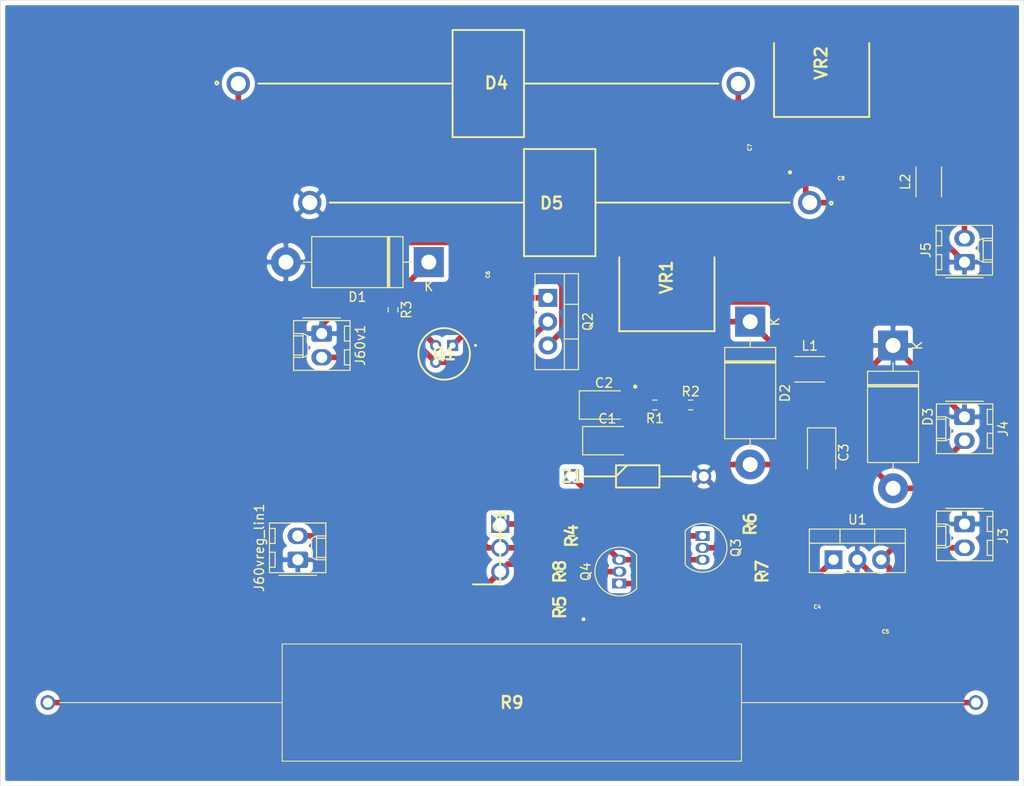
<source format=kicad_pcb>
(kicad_pcb (version 20171130) (host pcbnew "(5.1.10)-1")

  (general
    (thickness 1.6)
    (drawings 4)
    (tracks 146)
    (zones 0)
    (modules 38)
    (nets 21)
  )

  (page A4)
  (layers
    (0 F.Cu signal)
    (31 B.Cu signal)
    (32 B.Adhes user)
    (33 F.Adhes user)
    (34 B.Paste user)
    (35 F.Paste user)
    (36 B.SilkS user)
    (37 F.SilkS user)
    (38 B.Mask user)
    (39 F.Mask user)
    (40 Dwgs.User user)
    (41 Cmts.User user)
    (42 Eco1.User user)
    (43 Eco2.User user)
    (44 Edge.Cuts user)
    (45 Margin user)
    (46 B.CrtYd user)
    (47 F.CrtYd user)
    (48 B.Fab user)
    (49 F.Fab user)
  )

  (setup
    (last_trace_width 0.6)
    (user_trace_width 0.4)
    (user_trace_width 0.6)
    (trace_clearance 0.2)
    (zone_clearance 0.508)
    (zone_45_only no)
    (trace_min 0.2)
    (via_size 0.8)
    (via_drill 0.4)
    (via_min_size 0.4)
    (via_min_drill 0.3)
    (uvia_size 0.3)
    (uvia_drill 0.1)
    (uvias_allowed no)
    (uvia_min_size 0.2)
    (uvia_min_drill 0.1)
    (edge_width 0.05)
    (segment_width 0.2)
    (pcb_text_width 0.3)
    (pcb_text_size 1.5 1.5)
    (mod_edge_width 0.12)
    (mod_text_size 1 1)
    (mod_text_width 0.15)
    (pad_size 1.524 1.524)
    (pad_drill 0.762)
    (pad_to_mask_clearance 0)
    (aux_axis_origin 0 0)
    (visible_elements 7FFFFFFF)
    (pcbplotparams
      (layerselection 0x010fc_ffffffff)
      (usegerberextensions false)
      (usegerberattributes true)
      (usegerberadvancedattributes true)
      (creategerberjobfile true)
      (excludeedgelayer true)
      (linewidth 0.100000)
      (plotframeref false)
      (viasonmask false)
      (mode 1)
      (useauxorigin false)
      (hpglpennumber 1)
      (hpglpenspeed 20)
      (hpglpendiameter 15.000000)
      (psnegative false)
      (psa4output false)
      (plotreference true)
      (plotvalue true)
      (plotinvisibletext false)
      (padsonsilk false)
      (subtractmaskfromsilk false)
      (outputformat 1)
      (mirror false)
      (drillshape 1)
      (scaleselection 1)
      (outputdirectory ""))
  )

  (net 0 "")
  (net 1 "Net-(C1-Pad2)")
  (net 2 "Net-(C1-Pad1)")
  (net 3 "Net-(C2-Pad2)")
  (net 4 "Net-(D2-Pad1)")
  (net 5 "Net-(R1-Pad1)")
  (net 6 GND)
  (net 7 "Net-(C4-Pad1)")
  (net 8 "Net-(C5-Pad1)")
  (net 9 "Net-(C6-Pad1)")
  (net 10 "Net-(C8-Pad1)")
  (net 11 "Net-(D1-Pad1)")
  (net 12 "Net-(D5-Pad1)")
  (net 13 "Net-(Q1-Pad1)")
  (net 14 "Net-(IC1-Pad1)")
  (net 15 "Net-(IC1-Pad3)")
  (net 16 "Net-(J60v1-Pad2)")
  (net 17 "Net-(Q3-Pad2)")
  (net 18 "Net-(Q3-Pad1)")
  (net 19 "Net-(Q4-Pad2)")
  (net 20 "Net-(IC1-Pad2)")

  (net_class Default "This is the default net class."
    (clearance 0.2)
    (trace_width 0.25)
    (via_dia 0.8)
    (via_drill 0.4)
    (uvia_dia 0.3)
    (uvia_drill 0.1)
    (add_net GND)
    (add_net "Net-(C1-Pad1)")
    (add_net "Net-(C1-Pad2)")
    (add_net "Net-(C2-Pad2)")
    (add_net "Net-(C4-Pad1)")
    (add_net "Net-(C5-Pad1)")
    (add_net "Net-(C6-Pad1)")
    (add_net "Net-(C8-Pad1)")
    (add_net "Net-(D1-Pad1)")
    (add_net "Net-(D2-Pad1)")
    (add_net "Net-(D5-Pad1)")
    (add_net "Net-(IC1-Pad1)")
    (add_net "Net-(IC1-Pad2)")
    (add_net "Net-(IC1-Pad3)")
    (add_net "Net-(J60v1-Pad2)")
    (add_net "Net-(Q1-Pad1)")
    (add_net "Net-(Q3-Pad1)")
    (add_net "Net-(Q3-Pad2)")
    (add_net "Net-(Q4-Pad2)")
    (add_net "Net-(R1-Pad1)")
  )

  (module footprints:RESC1608X55N (layer F.Cu) (tedit 0) (tstamp 61F4D215)
    (at 135.89 91.44 90)
    (descr GWCR0603)
    (tags Resistor)
    (path /61F58CF7)
    (attr smd)
    (fp_text reference R6 (at 0 0 90) (layer F.SilkS)
      (effects (font (size 1.27 1.27) (thickness 0.254)))
    )
    (fp_text value GWCR0603-10KFT5 (at 0 0 90) (layer F.SilkS) hide
      (effects (font (size 1.27 1.27) (thickness 0.254)))
    )
    (fp_line (start 0 -0.3) (end 0 0.3) (layer F.SilkS) (width 0.2))
    (fp_line (start -0.8 0.4) (end -0.8 -0.4) (layer F.Fab) (width 0.1))
    (fp_line (start 0.8 0.4) (end -0.8 0.4) (layer F.Fab) (width 0.1))
    (fp_line (start 0.8 -0.4) (end 0.8 0.4) (layer F.Fab) (width 0.1))
    (fp_line (start -0.8 -0.4) (end 0.8 -0.4) (layer F.Fab) (width 0.1))
    (fp_line (start -1.5 0.75) (end -1.5 -0.75) (layer F.CrtYd) (width 0.05))
    (fp_line (start 1.5 0.75) (end -1.5 0.75) (layer F.CrtYd) (width 0.05))
    (fp_line (start 1.5 -0.75) (end 1.5 0.75) (layer F.CrtYd) (width 0.05))
    (fp_line (start -1.5 -0.75) (end 1.5 -0.75) (layer F.CrtYd) (width 0.05))
    (fp_text user %R (at 0 0 90) (layer F.Fab)
      (effects (font (size 1.27 1.27) (thickness 0.254)))
    )
    (pad 1 smd rect (at -0.8 0 90) (size 0.9 0.95) (layers F.Cu F.Paste F.Mask)
      (net 17 "Net-(Q3-Pad2)"))
    (pad 2 smd rect (at 0.8 0 90) (size 0.9 0.95) (layers F.Cu F.Paste F.Mask)
      (net 6 GND))
    (model GWCR0603-10KFT5.stp
      (at (xyz 0 0 0))
      (scale (xyz 1 1 1))
      (rotate (xyz 0 0 0))
    )
  )

  (module Package_TO_SOT_THT:TO-220-3_Vertical (layer F.Cu) (tedit 5AC8BA0D) (tstamp 61F44CB6)
    (at 114.3 67.31 270)
    (descr "TO-220-3, Vertical, RM 2.54mm, see https://www.vishay.com/docs/66542/to-220-1.pdf")
    (tags "TO-220-3 Vertical RM 2.54mm")
    (path /61F7BE95)
    (fp_text reference Q2 (at 2.54 -4.27 90) (layer F.SilkS)
      (effects (font (size 1 1) (thickness 0.15)))
    )
    (fp_text value TIP41C (at 2.54 2.5 90) (layer F.Fab)
      (effects (font (size 1 1) (thickness 0.15)))
    )
    (fp_line (start -2.46 -3.15) (end -2.46 1.25) (layer F.Fab) (width 0.1))
    (fp_line (start -2.46 1.25) (end 7.54 1.25) (layer F.Fab) (width 0.1))
    (fp_line (start 7.54 1.25) (end 7.54 -3.15) (layer F.Fab) (width 0.1))
    (fp_line (start 7.54 -3.15) (end -2.46 -3.15) (layer F.Fab) (width 0.1))
    (fp_line (start -2.46 -1.88) (end 7.54 -1.88) (layer F.Fab) (width 0.1))
    (fp_line (start 0.69 -3.15) (end 0.69 -1.88) (layer F.Fab) (width 0.1))
    (fp_line (start 4.39 -3.15) (end 4.39 -1.88) (layer F.Fab) (width 0.1))
    (fp_line (start -2.58 -3.27) (end 7.66 -3.27) (layer F.SilkS) (width 0.12))
    (fp_line (start -2.58 1.371) (end 7.66 1.371) (layer F.SilkS) (width 0.12))
    (fp_line (start -2.58 -3.27) (end -2.58 1.371) (layer F.SilkS) (width 0.12))
    (fp_line (start 7.66 -3.27) (end 7.66 1.371) (layer F.SilkS) (width 0.12))
    (fp_line (start -2.58 -1.76) (end 7.66 -1.76) (layer F.SilkS) (width 0.12))
    (fp_line (start 0.69 -3.27) (end 0.69 -1.76) (layer F.SilkS) (width 0.12))
    (fp_line (start 4.391 -3.27) (end 4.391 -1.76) (layer F.SilkS) (width 0.12))
    (fp_line (start -2.71 -3.4) (end -2.71 1.51) (layer F.CrtYd) (width 0.05))
    (fp_line (start -2.71 1.51) (end 7.79 1.51) (layer F.CrtYd) (width 0.05))
    (fp_line (start 7.79 1.51) (end 7.79 -3.4) (layer F.CrtYd) (width 0.05))
    (fp_line (start 7.79 -3.4) (end -2.71 -3.4) (layer F.CrtYd) (width 0.05))
    (fp_text user %R (at 2.54 -4.27 90) (layer F.Fab)
      (effects (font (size 1 1) (thickness 0.15)))
    )
    (pad 1 thru_hole rect (at 0 0 270) (size 1.905 2) (drill 1.1) (layers *.Cu *.Mask)
      (net 13 "Net-(Q1-Pad1)"))
    (pad 2 thru_hole oval (at 2.54 0 270) (size 1.905 2) (drill 1.1) (layers *.Cu *.Mask)
      (net 16 "Net-(J60v1-Pad2)"))
    (pad 3 thru_hole oval (at 5.08 0 270) (size 1.905 2) (drill 1.1) (layers *.Cu *.Mask)
      (net 9 "Net-(C6-Pad1)"))
    (model ${KISYS3DMOD}/Package_TO_SOT_THT.3dshapes/TO-220-3_Vertical.wrl
      (at (xyz 0 0 0))
      (scale (xyz 1 1 1))
      (rotate (xyz 0 0 0))
    )
  )

  (module footprints:1N5824 (layer F.Cu) (tedit 0) (tstamp 61F46566)
    (at 107.95 44.45 180)
    (descr 1N5824)
    (tags Diode)
    (path /61FA4A7E)
    (fp_text reference D4 (at -0.865 0.056) (layer F.SilkS)
      (effects (font (size 1.27 1.27) (thickness 0.254)))
    )
    (fp_text value 1N5825 (at -0.865 0.056) (layer F.SilkS) hide
      (effects (font (size 1.27 1.27) (thickness 0.254)))
    )
    (fp_circle (center 28.968 0.06) (end 28.968 0.124) (layer F.SilkS) (width 0.2))
    (fp_line (start -3.81 5.715) (end -3.81 0) (layer F.SilkS) (width 0.2))
    (fp_line (start 3.81 5.715) (end -3.81 5.715) (layer F.SilkS) (width 0.2))
    (fp_line (start 3.81 0) (end 3.81 5.715) (layer F.SilkS) (width 0.2))
    (fp_line (start 3.81 0) (end 24.536 0) (layer F.SilkS) (width 0.2))
    (fp_line (start 3.81 -5.715) (end 3.81 0) (layer F.SilkS) (width 0.2))
    (fp_line (start -3.81 -5.715) (end 3.81 -5.715) (layer F.SilkS) (width 0.2))
    (fp_line (start -3.81 0) (end -3.81 -5.715) (layer F.SilkS) (width 0.2))
    (fp_line (start -24.536 0) (end -3.81 0) (layer F.SilkS) (width 0.2))
    (fp_line (start 3.81 0) (end 24.536 0) (layer F.Fab) (width 0.2))
    (fp_line (start -3.81 0) (end -24.536 0) (layer F.Fab) (width 0.2))
    (fp_line (start -3.81 5.715) (end -3.81 -5.715) (layer F.Fab) (width 0.2))
    (fp_line (start 3.81 5.715) (end -3.81 5.715) (layer F.Fab) (width 0.2))
    (fp_line (start 3.81 -5.715) (end 3.81 5.715) (layer F.Fab) (width 0.2))
    (fp_line (start -3.81 -5.715) (end 3.81 -5.715) (layer F.Fab) (width 0.2))
    (fp_text user %R (at -0.865 0.056) (layer F.Fab)
      (effects (font (size 1.27 1.27) (thickness 0.254)))
    )
    (pad 2 thru_hole circle (at -26.67 0 180) (size 2.5 2.5) (drill 1.62) (layers *.Cu *.Mask)
      (net 9 "Net-(C6-Pad1)"))
    (pad 1 thru_hole circle (at 26.67 0 180) (size 2.5 2.5) (drill 1.62) (layers *.Cu *.Mask)
      (net 2 "Net-(C1-Pad1)"))
  )

  (module footprints:CAPC2012X100N (layer F.Cu) (tedit 61F31691) (tstamp 61F42BF7)
    (at 149.86 101.6 180)
    (path /61F36C5B)
    (fp_text reference C5 (at -0.46 -1.32) (layer F.SilkS)
      (effects (font (size 0.393701 0.393701) (thickness 0.15)))
    )
    (fp_text value 0.1u (at 1.54 1.32) (layer F.Fab)
      (effects (font (size 0.393701 0.393701) (thickness 0.15)))
    )
    (fp_line (start 1.708 0.983) (end 1.708 -0.983) (layer F.CrtYd) (width 0.05))
    (fp_line (start -1.708 0.983) (end -1.708 -0.983) (layer F.CrtYd) (width 0.05))
    (fp_line (start -1.708 -0.983) (end 1.708 -0.983) (layer F.CrtYd) (width 0.05))
    (fp_line (start -1.708 0.983) (end 1.708 0.983) (layer F.CrtYd) (width 0.05))
    (fp_line (start -1.1 0.72) (end -1.1 -0.72) (layer F.Fab) (width 0.127))
    (fp_line (start 1.1 0.72) (end 1.1 -0.72) (layer F.Fab) (width 0.127))
    (fp_line (start 1.1 -0.72) (end -1.1 -0.72) (layer F.Fab) (width 0.127))
    (fp_line (start 1.1 0.72) (end -1.1 0.72) (layer F.Fab) (width 0.127))
    (pad 2 smd rect (at 0.875 0 180) (size 1.16 1.47) (layers F.Cu F.Paste F.Mask)
      (net 6 GND))
    (pad 1 smd rect (at -0.875 0 180) (size 1.16 1.47) (layers F.Cu F.Paste F.Mask)
      (net 8 "Net-(C5-Pad1)"))
  )

  (module Resistor_SMD:R_0603_1608Metric (layer F.Cu) (tedit 5F68FEEE) (tstamp 61EF9431)
    (at 129.54 78.74)
    (descr "Resistor SMD 0603 (1608 Metric), square (rectangular) end terminal, IPC_7351 nominal, (Body size source: IPC-SM-782 page 72, https://www.pcb-3d.com/wordpress/wp-content/uploads/ipc-sm-782a_amendment_1_and_2.pdf), generated with kicad-footprint-generator")
    (tags resistor)
    (path /61EFA953)
    (attr smd)
    (fp_text reference R2 (at 0 -1.43) (layer F.SilkS)
      (effects (font (size 1 1) (thickness 0.15)))
    )
    (fp_text value 47k (at 0 1.43) (layer F.Fab)
      (effects (font (size 1 1) (thickness 0.15)))
    )
    (fp_line (start -0.8 0.4125) (end -0.8 -0.4125) (layer F.Fab) (width 0.1))
    (fp_line (start -0.8 -0.4125) (end 0.8 -0.4125) (layer F.Fab) (width 0.1))
    (fp_line (start 0.8 -0.4125) (end 0.8 0.4125) (layer F.Fab) (width 0.1))
    (fp_line (start 0.8 0.4125) (end -0.8 0.4125) (layer F.Fab) (width 0.1))
    (fp_line (start -0.237258 -0.5225) (end 0.237258 -0.5225) (layer F.SilkS) (width 0.12))
    (fp_line (start -0.237258 0.5225) (end 0.237258 0.5225) (layer F.SilkS) (width 0.12))
    (fp_line (start -1.48 0.73) (end -1.48 -0.73) (layer F.CrtYd) (width 0.05))
    (fp_line (start -1.48 -0.73) (end 1.48 -0.73) (layer F.CrtYd) (width 0.05))
    (fp_line (start 1.48 -0.73) (end 1.48 0.73) (layer F.CrtYd) (width 0.05))
    (fp_line (start 1.48 0.73) (end -1.48 0.73) (layer F.CrtYd) (width 0.05))
    (fp_text user %R (at 0 0) (layer F.Fab)
      (effects (font (size 0.4 0.4) (thickness 0.06)))
    )
    (pad 2 smd roundrect (at 0.825 0) (size 0.8 0.95) (layers F.Cu F.Paste F.Mask) (roundrect_rratio 0.25)
      (net 5 "Net-(R1-Pad1)"))
    (pad 1 smd roundrect (at -0.825 0) (size 0.8 0.95) (layers F.Cu F.Paste F.Mask) (roundrect_rratio 0.25)
      (net 1 "Net-(C1-Pad2)"))
    (model ${KISYS3DMOD}/Resistor_SMD.3dshapes/R_0603_1608Metric.wrl
      (at (xyz 0 0 0))
      (scale (xyz 1 1 1))
      (rotate (xyz 0 0 0))
    )
  )

  (module Resistor_SMD:R_0603_1608Metric (layer F.Cu) (tedit 5F68FEEE) (tstamp 61EF9420)
    (at 125.73 78.74 180)
    (descr "Resistor SMD 0603 (1608 Metric), square (rectangular) end terminal, IPC_7351 nominal, (Body size source: IPC-SM-782 page 72, https://www.pcb-3d.com/wordpress/wp-content/uploads/ipc-sm-782a_amendment_1_and_2.pdf), generated with kicad-footprint-generator")
    (tags resistor)
    (path /61EFA3BE)
    (attr smd)
    (fp_text reference R1 (at 0 -1.43) (layer F.SilkS)
      (effects (font (size 1 1) (thickness 0.15)))
    )
    (fp_text value 47k (at 0 1.43) (layer F.Fab)
      (effects (font (size 1 1) (thickness 0.15)))
    )
    (fp_line (start -0.8 0.4125) (end -0.8 -0.4125) (layer F.Fab) (width 0.1))
    (fp_line (start -0.8 -0.4125) (end 0.8 -0.4125) (layer F.Fab) (width 0.1))
    (fp_line (start 0.8 -0.4125) (end 0.8 0.4125) (layer F.Fab) (width 0.1))
    (fp_line (start 0.8 0.4125) (end -0.8 0.4125) (layer F.Fab) (width 0.1))
    (fp_line (start -0.237258 -0.5225) (end 0.237258 -0.5225) (layer F.SilkS) (width 0.12))
    (fp_line (start -0.237258 0.5225) (end 0.237258 0.5225) (layer F.SilkS) (width 0.12))
    (fp_line (start -1.48 0.73) (end -1.48 -0.73) (layer F.CrtYd) (width 0.05))
    (fp_line (start -1.48 -0.73) (end 1.48 -0.73) (layer F.CrtYd) (width 0.05))
    (fp_line (start 1.48 -0.73) (end 1.48 0.73) (layer F.CrtYd) (width 0.05))
    (fp_line (start 1.48 0.73) (end -1.48 0.73) (layer F.CrtYd) (width 0.05))
    (fp_text user %R (at 0 0) (layer F.Fab)
      (effects (font (size 0.4 0.4) (thickness 0.06)))
    )
    (pad 2 smd roundrect (at 0.825 0 180) (size 0.8 0.95) (layers F.Cu F.Paste F.Mask) (roundrect_rratio 0.25)
      (net 3 "Net-(C2-Pad2)"))
    (pad 1 smd roundrect (at -0.825 0 180) (size 0.8 0.95) (layers F.Cu F.Paste F.Mask) (roundrect_rratio 0.25)
      (net 5 "Net-(R1-Pad1)"))
    (model ${KISYS3DMOD}/Resistor_SMD.3dshapes/R_0603_1608Metric.wrl
      (at (xyz 0 0 0))
      (scale (xyz 1 1 1))
      (rotate (xyz 0 0 0))
    )
  )

  (module Inductor_SMD:L_TDK_NLV32_3.2x2.5mm (layer F.Cu) (tedit 5D72DC6E) (tstamp 61EF940F)
    (at 142.24 74.93)
    (descr "TDK NLV32, 3.2x2.5x2.2mm, https://product.tdk.com/info/en/catalog/datasheets/inductor_commercial_standard_nlv32-ef_en.pdf")
    (tags "tdk nlv32 nlcv32 nlfv32")
    (path /61EFCF1D)
    (attr smd)
    (fp_text reference L1 (at 0 -2.5) (layer F.SilkS)
      (effects (font (size 1 1) (thickness 0.15)))
    )
    (fp_text value 33u (at 0 2.5) (layer F.Fab)
      (effects (font (size 1 1) (thickness 0.15)))
    )
    (fp_line (start 1.6 1.36) (end -1.6 1.36) (layer F.SilkS) (width 0.12))
    (fp_line (start -1.6 -1.36) (end 1.6 -1.36) (layer F.SilkS) (width 0.12))
    (fp_line (start -2.45 1.5) (end -2.45 -1.5) (layer F.CrtYd) (width 0.05))
    (fp_line (start 2.45 1.5) (end -2.45 1.5) (layer F.CrtYd) (width 0.05))
    (fp_line (start 2.45 -1.5) (end 2.45 1.5) (layer F.CrtYd) (width 0.05))
    (fp_line (start -2.45 -1.5) (end 2.45 -1.5) (layer F.CrtYd) (width 0.05))
    (fp_line (start -1.6 1.25) (end -1.6 -1.25) (layer F.Fab) (width 0.1))
    (fp_line (start 1.6 1.25) (end -1.6 1.25) (layer F.Fab) (width 0.1))
    (fp_line (start 1.6 -1.25) (end 1.6 1.25) (layer F.Fab) (width 0.1))
    (fp_line (start -1.6 -1.25) (end 1.6 -1.25) (layer F.Fab) (width 0.1))
    (fp_text user %R (at 0 0) (layer F.Fab)
      (effects (font (size 0.5 0.5) (thickness 0.08)))
    )
    (pad 2 smd rect (at 1.6 0) (size 1.2 2) (layers F.Cu F.Paste F.Mask)
      (net 6 GND))
    (pad 1 smd rect (at -1.6 0) (size 1.2 2) (layers F.Cu F.Paste F.Mask)
      (net 4 "Net-(D2-Pad1)"))
    (model ${KISYS3DMOD}/Inductor_SMD.3dshapes/L_TDK_NLV32_3.2x2.5mm.wrl
      (at (xyz 0 0 0))
      (scale (xyz 1 1 1))
      (rotate (xyz 0 0 0))
    )
  )

  (module Diode_THT:D_DO-201AD_P15.24mm_Horizontal (layer F.Cu) (tedit 5AE50CD5) (tstamp 61EF93FE)
    (at 151.13 72.39 270)
    (descr "Diode, DO-201AD series, Axial, Horizontal, pin pitch=15.24mm, , length*diameter=9.5*5.2mm^2, , http://www.diodes.com/_files/packages/DO-201AD.pdf")
    (tags "Diode DO-201AD series Axial Horizontal pin pitch 15.24mm  length 9.5mm diameter 5.2mm")
    (path /61EFD6CE)
    (fp_text reference D3 (at 7.62 -3.72 90) (layer F.SilkS)
      (effects (font (size 1 1) (thickness 0.15)))
    )
    (fp_text value 1N5400 (at 7.62 3.72 90) (layer F.Fab)
      (effects (font (size 1 1) (thickness 0.15)))
    )
    (fp_line (start 2.87 -2.6) (end 2.87 2.6) (layer F.Fab) (width 0.1))
    (fp_line (start 2.87 2.6) (end 12.37 2.6) (layer F.Fab) (width 0.1))
    (fp_line (start 12.37 2.6) (end 12.37 -2.6) (layer F.Fab) (width 0.1))
    (fp_line (start 12.37 -2.6) (end 2.87 -2.6) (layer F.Fab) (width 0.1))
    (fp_line (start 0 0) (end 2.87 0) (layer F.Fab) (width 0.1))
    (fp_line (start 15.24 0) (end 12.37 0) (layer F.Fab) (width 0.1))
    (fp_line (start 4.295 -2.6) (end 4.295 2.6) (layer F.Fab) (width 0.1))
    (fp_line (start 4.395 -2.6) (end 4.395 2.6) (layer F.Fab) (width 0.1))
    (fp_line (start 4.195 -2.6) (end 4.195 2.6) (layer F.Fab) (width 0.1))
    (fp_line (start 2.75 -2.72) (end 2.75 2.72) (layer F.SilkS) (width 0.12))
    (fp_line (start 2.75 2.72) (end 12.49 2.72) (layer F.SilkS) (width 0.12))
    (fp_line (start 12.49 2.72) (end 12.49 -2.72) (layer F.SilkS) (width 0.12))
    (fp_line (start 12.49 -2.72) (end 2.75 -2.72) (layer F.SilkS) (width 0.12))
    (fp_line (start 1.84 0) (end 2.75 0) (layer F.SilkS) (width 0.12))
    (fp_line (start 13.4 0) (end 12.49 0) (layer F.SilkS) (width 0.12))
    (fp_line (start 4.295 -2.72) (end 4.295 2.72) (layer F.SilkS) (width 0.12))
    (fp_line (start 4.415 -2.72) (end 4.415 2.72) (layer F.SilkS) (width 0.12))
    (fp_line (start 4.175 -2.72) (end 4.175 2.72) (layer F.SilkS) (width 0.12))
    (fp_line (start -1.85 -2.85) (end -1.85 2.85) (layer F.CrtYd) (width 0.05))
    (fp_line (start -1.85 2.85) (end 17.09 2.85) (layer F.CrtYd) (width 0.05))
    (fp_line (start 17.09 2.85) (end 17.09 -2.85) (layer F.CrtYd) (width 0.05))
    (fp_line (start 17.09 -2.85) (end -1.85 -2.85) (layer F.CrtYd) (width 0.05))
    (fp_text user K (at 0 -2.6 90) (layer F.SilkS)
      (effects (font (size 1 1) (thickness 0.15)))
    )
    (fp_text user K (at 0 -2.6 90) (layer F.Fab)
      (effects (font (size 1 1) (thickness 0.15)))
    )
    (fp_text user %R (at 8.3325 0 90) (layer F.Fab)
      (effects (font (size 1 1) (thickness 0.15)))
    )
    (pad 2 thru_hole oval (at 15.24 0 270) (size 3.2 3.2) (drill 1.6) (layers *.Cu *.Mask)
      (net 1 "Net-(C1-Pad2)"))
    (pad 1 thru_hole rect (at 0 0 270) (size 3.2 3.2) (drill 1.6) (layers *.Cu *.Mask)
      (net 6 GND))
    (model ${KISYS3DMOD}/Diode_THT.3dshapes/D_DO-201AD_P15.24mm_Horizontal.wrl
      (at (xyz 0 0 0))
      (scale (xyz 1 1 1))
      (rotate (xyz 0 0 0))
    )
  )

  (module Diode_THT:D_DO-201AD_P15.24mm_Horizontal (layer F.Cu) (tedit 5AE50CD5) (tstamp 61EF93DF)
    (at 135.89 69.85 270)
    (descr "Diode, DO-201AD series, Axial, Horizontal, pin pitch=15.24mm, , length*diameter=9.5*5.2mm^2, , http://www.diodes.com/_files/packages/DO-201AD.pdf")
    (tags "Diode DO-201AD series Axial Horizontal pin pitch 15.24mm  length 9.5mm diameter 5.2mm")
    (path /61EFB158)
    (fp_text reference D2 (at 7.62 -3.72 90) (layer F.SilkS)
      (effects (font (size 1 1) (thickness 0.15)))
    )
    (fp_text value 1N5820 (at 7.62 3.72 90) (layer F.Fab)
      (effects (font (size 1 1) (thickness 0.15)))
    )
    (fp_line (start 2.87 -2.6) (end 2.87 2.6) (layer F.Fab) (width 0.1))
    (fp_line (start 2.87 2.6) (end 12.37 2.6) (layer F.Fab) (width 0.1))
    (fp_line (start 12.37 2.6) (end 12.37 -2.6) (layer F.Fab) (width 0.1))
    (fp_line (start 12.37 -2.6) (end 2.87 -2.6) (layer F.Fab) (width 0.1))
    (fp_line (start 0 0) (end 2.87 0) (layer F.Fab) (width 0.1))
    (fp_line (start 15.24 0) (end 12.37 0) (layer F.Fab) (width 0.1))
    (fp_line (start 4.295 -2.6) (end 4.295 2.6) (layer F.Fab) (width 0.1))
    (fp_line (start 4.395 -2.6) (end 4.395 2.6) (layer F.Fab) (width 0.1))
    (fp_line (start 4.195 -2.6) (end 4.195 2.6) (layer F.Fab) (width 0.1))
    (fp_line (start 2.75 -2.72) (end 2.75 2.72) (layer F.SilkS) (width 0.12))
    (fp_line (start 2.75 2.72) (end 12.49 2.72) (layer F.SilkS) (width 0.12))
    (fp_line (start 12.49 2.72) (end 12.49 -2.72) (layer F.SilkS) (width 0.12))
    (fp_line (start 12.49 -2.72) (end 2.75 -2.72) (layer F.SilkS) (width 0.12))
    (fp_line (start 1.84 0) (end 2.75 0) (layer F.SilkS) (width 0.12))
    (fp_line (start 13.4 0) (end 12.49 0) (layer F.SilkS) (width 0.12))
    (fp_line (start 4.295 -2.72) (end 4.295 2.72) (layer F.SilkS) (width 0.12))
    (fp_line (start 4.415 -2.72) (end 4.415 2.72) (layer F.SilkS) (width 0.12))
    (fp_line (start 4.175 -2.72) (end 4.175 2.72) (layer F.SilkS) (width 0.12))
    (fp_line (start -1.85 -2.85) (end -1.85 2.85) (layer F.CrtYd) (width 0.05))
    (fp_line (start -1.85 2.85) (end 17.09 2.85) (layer F.CrtYd) (width 0.05))
    (fp_line (start 17.09 2.85) (end 17.09 -2.85) (layer F.CrtYd) (width 0.05))
    (fp_line (start 17.09 -2.85) (end -1.85 -2.85) (layer F.CrtYd) (width 0.05))
    (fp_text user K (at 0 -2.6 90) (layer F.SilkS)
      (effects (font (size 1 1) (thickness 0.15)))
    )
    (fp_text user K (at 0 -2.6 90) (layer F.Fab)
      (effects (font (size 1 1) (thickness 0.15)))
    )
    (fp_text user %R (at 8.3325 0 90) (layer F.Fab)
      (effects (font (size 1 1) (thickness 0.15)))
    )
    (pad 2 thru_hole oval (at 15.24 0 270) (size 3.2 3.2) (drill 1.6) (layers *.Cu *.Mask)
      (net 1 "Net-(C1-Pad2)"))
    (pad 1 thru_hole rect (at 0 0 270) (size 3.2 3.2) (drill 1.6) (layers *.Cu *.Mask)
      (net 4 "Net-(D2-Pad1)"))
    (model ${KISYS3DMOD}/Diode_THT.3dshapes/D_DO-201AD_P15.24mm_Horizontal.wrl
      (at (xyz 0 0 0))
      (scale (xyz 1 1 1))
      (rotate (xyz 0 0 0))
    )
  )

  (module Capacitor_Tantalum_SMD:CP_EIA-3528-21_Kemet-B_Pad1.50x2.35mm_HandSolder (layer F.Cu) (tedit 5EBA9318) (tstamp 61EF93A1)
    (at 143.51 83.82 270)
    (descr "Tantalum Capacitor SMD Kemet-B (3528-21 Metric), IPC_7351 nominal, (Body size from: http://www.kemet.com/Lists/ProductCatalog/Attachments/253/KEM_TC101_STD.pdf), generated with kicad-footprint-generator")
    (tags "capacitor tantalum")
    (path /61EFBC68)
    (attr smd)
    (fp_text reference C3 (at 0 -2.35 90) (layer F.SilkS)
      (effects (font (size 1 1) (thickness 0.15)))
    )
    (fp_text value 220u (at 0 2.35 90) (layer F.Fab)
      (effects (font (size 1 1) (thickness 0.15)))
    )
    (fp_line (start 1.75 -1.4) (end -1.05 -1.4) (layer F.Fab) (width 0.1))
    (fp_line (start -1.05 -1.4) (end -1.75 -0.7) (layer F.Fab) (width 0.1))
    (fp_line (start -1.75 -0.7) (end -1.75 1.4) (layer F.Fab) (width 0.1))
    (fp_line (start -1.75 1.4) (end 1.75 1.4) (layer F.Fab) (width 0.1))
    (fp_line (start 1.75 1.4) (end 1.75 -1.4) (layer F.Fab) (width 0.1))
    (fp_line (start 1.75 -1.51) (end -2.635 -1.51) (layer F.SilkS) (width 0.12))
    (fp_line (start -2.635 -1.51) (end -2.635 1.51) (layer F.SilkS) (width 0.12))
    (fp_line (start -2.635 1.51) (end 1.75 1.51) (layer F.SilkS) (width 0.12))
    (fp_line (start -2.62 1.65) (end -2.62 -1.65) (layer F.CrtYd) (width 0.05))
    (fp_line (start -2.62 -1.65) (end 2.62 -1.65) (layer F.CrtYd) (width 0.05))
    (fp_line (start 2.62 -1.65) (end 2.62 1.65) (layer F.CrtYd) (width 0.05))
    (fp_line (start 2.62 1.65) (end -2.62 1.65) (layer F.CrtYd) (width 0.05))
    (fp_text user %R (at 0 0 90) (layer F.Fab)
      (effects (font (size 0.88 0.88) (thickness 0.13)))
    )
    (pad 2 smd roundrect (at 1.625 0 270) (size 1.5 2.35) (layers F.Cu F.Paste F.Mask) (roundrect_rratio 0.166667)
      (net 1 "Net-(C1-Pad2)"))
    (pad 1 smd roundrect (at -1.625 0 270) (size 1.5 2.35) (layers F.Cu F.Paste F.Mask) (roundrect_rratio 0.166667)
      (net 6 GND))
    (model ${KISYS3DMOD}/Capacitor_Tantalum_SMD.3dshapes/CP_EIA-3528-21_Kemet-B.wrl
      (at (xyz 0 0 0))
      (scale (xyz 1 1 1))
      (rotate (xyz 0 0 0))
    )
  )

  (module Capacitor_Tantalum_SMD:CP_EIA-3528-21_Kemet-B_Pad1.50x2.35mm_HandSolder (layer F.Cu) (tedit 5EBA9318) (tstamp 61EF938E)
    (at 120.295 78.74)
    (descr "Tantalum Capacitor SMD Kemet-B (3528-21 Metric), IPC_7351 nominal, (Body size from: http://www.kemet.com/Lists/ProductCatalog/Attachments/253/KEM_TC101_STD.pdf), generated with kicad-footprint-generator")
    (tags "capacitor tantalum")
    (path /61EF9ACB)
    (attr smd)
    (fp_text reference C2 (at 0 -2.35) (layer F.SilkS)
      (effects (font (size 1 1) (thickness 0.15)))
    )
    (fp_text value 0.1u (at 0 2.35) (layer F.Fab)
      (effects (font (size 1 1) (thickness 0.15)))
    )
    (fp_line (start 1.75 -1.4) (end -1.05 -1.4) (layer F.Fab) (width 0.1))
    (fp_line (start -1.05 -1.4) (end -1.75 -0.7) (layer F.Fab) (width 0.1))
    (fp_line (start -1.75 -0.7) (end -1.75 1.4) (layer F.Fab) (width 0.1))
    (fp_line (start -1.75 1.4) (end 1.75 1.4) (layer F.Fab) (width 0.1))
    (fp_line (start 1.75 1.4) (end 1.75 -1.4) (layer F.Fab) (width 0.1))
    (fp_line (start 1.75 -1.51) (end -2.635 -1.51) (layer F.SilkS) (width 0.12))
    (fp_line (start -2.635 -1.51) (end -2.635 1.51) (layer F.SilkS) (width 0.12))
    (fp_line (start -2.635 1.51) (end 1.75 1.51) (layer F.SilkS) (width 0.12))
    (fp_line (start -2.62 1.65) (end -2.62 -1.65) (layer F.CrtYd) (width 0.05))
    (fp_line (start -2.62 -1.65) (end 2.62 -1.65) (layer F.CrtYd) (width 0.05))
    (fp_line (start 2.62 -1.65) (end 2.62 1.65) (layer F.CrtYd) (width 0.05))
    (fp_line (start 2.62 1.65) (end -2.62 1.65) (layer F.CrtYd) (width 0.05))
    (fp_text user %R (at 0 0) (layer F.Fab)
      (effects (font (size 0.88 0.88) (thickness 0.13)))
    )
    (pad 2 smd roundrect (at 1.625 0) (size 1.5 2.35) (layers F.Cu F.Paste F.Mask) (roundrect_rratio 0.166667)
      (net 3 "Net-(C2-Pad2)"))
    (pad 1 smd roundrect (at -1.625 0) (size 1.5 2.35) (layers F.Cu F.Paste F.Mask) (roundrect_rratio 0.166667)
      (net 2 "Net-(C1-Pad1)"))
    (model ${KISYS3DMOD}/Capacitor_Tantalum_SMD.3dshapes/CP_EIA-3528-21_Kemet-B.wrl
      (at (xyz 0 0 0))
      (scale (xyz 1 1 1))
      (rotate (xyz 0 0 0))
    )
  )

  (module Capacitor_Tantalum_SMD:CP_EIA-3528-21_Kemet-B_Pad1.50x2.35mm_HandSolder (layer F.Cu) (tedit 5EBA9318) (tstamp 61EF937B)
    (at 120.65 82.55)
    (descr "Tantalum Capacitor SMD Kemet-B (3528-21 Metric), IPC_7351 nominal, (Body size from: http://www.kemet.com/Lists/ProductCatalog/Attachments/253/KEM_TC101_STD.pdf), generated with kicad-footprint-generator")
    (tags "capacitor tantalum")
    (path /61EF9606)
    (attr smd)
    (fp_text reference C1 (at 0 -2.35) (layer F.SilkS)
      (effects (font (size 1 1) (thickness 0.15)))
    )
    (fp_text value 470u (at 0 2.35) (layer F.Fab)
      (effects (font (size 1 1) (thickness 0.15)))
    )
    (fp_line (start 1.75 -1.4) (end -1.05 -1.4) (layer F.Fab) (width 0.1))
    (fp_line (start -1.05 -1.4) (end -1.75 -0.7) (layer F.Fab) (width 0.1))
    (fp_line (start -1.75 -0.7) (end -1.75 1.4) (layer F.Fab) (width 0.1))
    (fp_line (start -1.75 1.4) (end 1.75 1.4) (layer F.Fab) (width 0.1))
    (fp_line (start 1.75 1.4) (end 1.75 -1.4) (layer F.Fab) (width 0.1))
    (fp_line (start 1.75 -1.51) (end -2.635 -1.51) (layer F.SilkS) (width 0.12))
    (fp_line (start -2.635 -1.51) (end -2.635 1.51) (layer F.SilkS) (width 0.12))
    (fp_line (start -2.635 1.51) (end 1.75 1.51) (layer F.SilkS) (width 0.12))
    (fp_line (start -2.62 1.65) (end -2.62 -1.65) (layer F.CrtYd) (width 0.05))
    (fp_line (start -2.62 -1.65) (end 2.62 -1.65) (layer F.CrtYd) (width 0.05))
    (fp_line (start 2.62 -1.65) (end 2.62 1.65) (layer F.CrtYd) (width 0.05))
    (fp_line (start 2.62 1.65) (end -2.62 1.65) (layer F.CrtYd) (width 0.05))
    (fp_text user %R (at 0 0) (layer F.Fab)
      (effects (font (size 0.88 0.88) (thickness 0.13)))
    )
    (pad 2 smd roundrect (at 1.625 0) (size 1.5 2.35) (layers F.Cu F.Paste F.Mask) (roundrect_rratio 0.166667)
      (net 1 "Net-(C1-Pad2)"))
    (pad 1 smd roundrect (at -1.625 0) (size 1.5 2.35) (layers F.Cu F.Paste F.Mask) (roundrect_rratio 0.166667)
      (net 2 "Net-(C1-Pad1)"))
    (model ${KISYS3DMOD}/Capacitor_Tantalum_SMD.3dshapes/CP_EIA-3528-21_Kemet-B.wrl
      (at (xyz 0 0 0))
      (scale (xyz 1 1 1))
      (rotate (xyz 0 0 0))
    )
  )

  (module footprints:CAPC2012X100N (layer F.Cu) (tedit 61F31691) (tstamp 61F42BE9)
    (at 143.51 101.6)
    (path /61F375FC)
    (fp_text reference C4 (at -0.46 -1.32) (layer F.SilkS)
      (effects (font (size 0.393701 0.393701) (thickness 0.15)))
    )
    (fp_text value 0.33u (at 1.54 1.32) (layer F.Fab)
      (effects (font (size 0.393701 0.393701) (thickness 0.15)))
    )
    (fp_line (start 1.1 0.72) (end -1.1 0.72) (layer F.Fab) (width 0.127))
    (fp_line (start 1.1 -0.72) (end -1.1 -0.72) (layer F.Fab) (width 0.127))
    (fp_line (start 1.1 0.72) (end 1.1 -0.72) (layer F.Fab) (width 0.127))
    (fp_line (start -1.1 0.72) (end -1.1 -0.72) (layer F.Fab) (width 0.127))
    (fp_line (start -1.708 0.983) (end 1.708 0.983) (layer F.CrtYd) (width 0.05))
    (fp_line (start -1.708 -0.983) (end 1.708 -0.983) (layer F.CrtYd) (width 0.05))
    (fp_line (start -1.708 0.983) (end -1.708 -0.983) (layer F.CrtYd) (width 0.05))
    (fp_line (start 1.708 0.983) (end 1.708 -0.983) (layer F.CrtYd) (width 0.05))
    (pad 1 smd rect (at -0.875 0) (size 1.16 1.47) (layers F.Cu F.Paste F.Mask)
      (net 7 "Net-(C4-Pad1)"))
    (pad 2 smd rect (at 0.875 0) (size 1.16 1.47) (layers F.Cu F.Paste F.Mask)
      (net 6 GND))
  )

  (module Connector_Molex:Molex_KK-254_AE-6410-02A_1x02_P2.54mm_Vertical (layer F.Cu) (tedit 5EA53D3B) (tstamp 61F4E2D3)
    (at 90.17 71.12 270)
    (descr "Molex KK-254 Interconnect System, old/engineering part number: AE-6410-02A example for new part number: 22-27-2021, 2 Pins (http://www.molex.com/pdm_docs/sd/022272021_sd.pdf), generated with kicad-footprint-generator")
    (tags "connector Molex KK-254 vertical")
    (path /61F4752C)
    (fp_text reference J60v1 (at 1.27 -4.12 90) (layer F.SilkS)
      (effects (font (size 1 1) (thickness 0.15)))
    )
    (fp_text value Conn_01x02_Male (at 1.27 4.08 90) (layer F.Fab)
      (effects (font (size 1 1) (thickness 0.15)))
    )
    (fp_line (start -1.27 -2.92) (end -1.27 2.88) (layer F.Fab) (width 0.1))
    (fp_line (start -1.27 2.88) (end 3.81 2.88) (layer F.Fab) (width 0.1))
    (fp_line (start 3.81 2.88) (end 3.81 -2.92) (layer F.Fab) (width 0.1))
    (fp_line (start 3.81 -2.92) (end -1.27 -2.92) (layer F.Fab) (width 0.1))
    (fp_line (start -1.38 -3.03) (end -1.38 2.99) (layer F.SilkS) (width 0.12))
    (fp_line (start -1.38 2.99) (end 3.92 2.99) (layer F.SilkS) (width 0.12))
    (fp_line (start 3.92 2.99) (end 3.92 -3.03) (layer F.SilkS) (width 0.12))
    (fp_line (start 3.92 -3.03) (end -1.38 -3.03) (layer F.SilkS) (width 0.12))
    (fp_line (start -1.67 -2) (end -1.67 2) (layer F.SilkS) (width 0.12))
    (fp_line (start -1.27 -0.5) (end -0.562893 0) (layer F.Fab) (width 0.1))
    (fp_line (start -0.562893 0) (end -1.27 0.5) (layer F.Fab) (width 0.1))
    (fp_line (start 0 2.99) (end 0 1.99) (layer F.SilkS) (width 0.12))
    (fp_line (start 0 1.99) (end 2.54 1.99) (layer F.SilkS) (width 0.12))
    (fp_line (start 2.54 1.99) (end 2.54 2.99) (layer F.SilkS) (width 0.12))
    (fp_line (start 0 1.99) (end 0.25 1.46) (layer F.SilkS) (width 0.12))
    (fp_line (start 0.25 1.46) (end 2.29 1.46) (layer F.SilkS) (width 0.12))
    (fp_line (start 2.29 1.46) (end 2.54 1.99) (layer F.SilkS) (width 0.12))
    (fp_line (start 0.25 2.99) (end 0.25 1.99) (layer F.SilkS) (width 0.12))
    (fp_line (start 2.29 2.99) (end 2.29 1.99) (layer F.SilkS) (width 0.12))
    (fp_line (start -0.8 -3.03) (end -0.8 -2.43) (layer F.SilkS) (width 0.12))
    (fp_line (start -0.8 -2.43) (end 0.8 -2.43) (layer F.SilkS) (width 0.12))
    (fp_line (start 0.8 -2.43) (end 0.8 -3.03) (layer F.SilkS) (width 0.12))
    (fp_line (start 1.74 -3.03) (end 1.74 -2.43) (layer F.SilkS) (width 0.12))
    (fp_line (start 1.74 -2.43) (end 3.34 -2.43) (layer F.SilkS) (width 0.12))
    (fp_line (start 3.34 -2.43) (end 3.34 -3.03) (layer F.SilkS) (width 0.12))
    (fp_line (start -1.77 -3.42) (end -1.77 3.38) (layer F.CrtYd) (width 0.05))
    (fp_line (start -1.77 3.38) (end 4.31 3.38) (layer F.CrtYd) (width 0.05))
    (fp_line (start 4.31 3.38) (end 4.31 -3.42) (layer F.CrtYd) (width 0.05))
    (fp_line (start 4.31 -3.42) (end -1.77 -3.42) (layer F.CrtYd) (width 0.05))
    (fp_text user %R (at 1.27 -2.22 90) (layer F.Fab)
      (effects (font (size 1 1) (thickness 0.15)))
    )
    (pad 1 thru_hole roundrect (at 0 0 270) (size 1.74 2.19) (drill 1.19) (layers *.Cu *.Mask) (roundrect_rratio 0.143678)
      (net 6 GND))
    (pad 2 thru_hole oval (at 2.54 0 270) (size 1.74 2.19) (drill 1.19) (layers *.Cu *.Mask)
      (net 16 "Net-(J60v1-Pad2)"))
    (model ${KISYS3DMOD}/Connector_Molex.3dshapes/Molex_KK-254_AE-6410-02A_1x02_P2.54mm_Vertical.wrl
      (at (xyz 0 0 0))
      (scale (xyz 1 1 1))
      (rotate (xyz 0 0 0))
    )
  )

  (module Connector_Molex:Molex_KK-254_AE-6410-02A_1x02_P2.54mm_Vertical (layer F.Cu) (tedit 5EA53D3B) (tstamp 61F42C63)
    (at 158.75 91.44 270)
    (descr "Molex KK-254 Interconnect System, old/engineering part number: AE-6410-02A example for new part number: 22-27-2021, 2 Pins (http://www.molex.com/pdm_docs/sd/022272021_sd.pdf), generated with kicad-footprint-generator")
    (tags "connector Molex KK-254 vertical")
    (path /61F3B887)
    (fp_text reference J3 (at 1.27 -4.12 90) (layer F.SilkS)
      (effects (font (size 1 1) (thickness 0.15)))
    )
    (fp_text value Conn_01x02_Male (at 1.27 4.08 90) (layer F.Fab)
      (effects (font (size 1 1) (thickness 0.15)))
    )
    (fp_line (start 4.31 -3.42) (end -1.77 -3.42) (layer F.CrtYd) (width 0.05))
    (fp_line (start 4.31 3.38) (end 4.31 -3.42) (layer F.CrtYd) (width 0.05))
    (fp_line (start -1.77 3.38) (end 4.31 3.38) (layer F.CrtYd) (width 0.05))
    (fp_line (start -1.77 -3.42) (end -1.77 3.38) (layer F.CrtYd) (width 0.05))
    (fp_line (start 3.34 -2.43) (end 3.34 -3.03) (layer F.SilkS) (width 0.12))
    (fp_line (start 1.74 -2.43) (end 3.34 -2.43) (layer F.SilkS) (width 0.12))
    (fp_line (start 1.74 -3.03) (end 1.74 -2.43) (layer F.SilkS) (width 0.12))
    (fp_line (start 0.8 -2.43) (end 0.8 -3.03) (layer F.SilkS) (width 0.12))
    (fp_line (start -0.8 -2.43) (end 0.8 -2.43) (layer F.SilkS) (width 0.12))
    (fp_line (start -0.8 -3.03) (end -0.8 -2.43) (layer F.SilkS) (width 0.12))
    (fp_line (start 2.29 2.99) (end 2.29 1.99) (layer F.SilkS) (width 0.12))
    (fp_line (start 0.25 2.99) (end 0.25 1.99) (layer F.SilkS) (width 0.12))
    (fp_line (start 2.29 1.46) (end 2.54 1.99) (layer F.SilkS) (width 0.12))
    (fp_line (start 0.25 1.46) (end 2.29 1.46) (layer F.SilkS) (width 0.12))
    (fp_line (start 0 1.99) (end 0.25 1.46) (layer F.SilkS) (width 0.12))
    (fp_line (start 2.54 1.99) (end 2.54 2.99) (layer F.SilkS) (width 0.12))
    (fp_line (start 0 1.99) (end 2.54 1.99) (layer F.SilkS) (width 0.12))
    (fp_line (start 0 2.99) (end 0 1.99) (layer F.SilkS) (width 0.12))
    (fp_line (start -0.562893 0) (end -1.27 0.5) (layer F.Fab) (width 0.1))
    (fp_line (start -1.27 -0.5) (end -0.562893 0) (layer F.Fab) (width 0.1))
    (fp_line (start -1.67 -2) (end -1.67 2) (layer F.SilkS) (width 0.12))
    (fp_line (start 3.92 -3.03) (end -1.38 -3.03) (layer F.SilkS) (width 0.12))
    (fp_line (start 3.92 2.99) (end 3.92 -3.03) (layer F.SilkS) (width 0.12))
    (fp_line (start -1.38 2.99) (end 3.92 2.99) (layer F.SilkS) (width 0.12))
    (fp_line (start -1.38 -3.03) (end -1.38 2.99) (layer F.SilkS) (width 0.12))
    (fp_line (start 3.81 -2.92) (end -1.27 -2.92) (layer F.Fab) (width 0.1))
    (fp_line (start 3.81 2.88) (end 3.81 -2.92) (layer F.Fab) (width 0.1))
    (fp_line (start -1.27 2.88) (end 3.81 2.88) (layer F.Fab) (width 0.1))
    (fp_line (start -1.27 -2.92) (end -1.27 2.88) (layer F.Fab) (width 0.1))
    (fp_text user %R (at 1.27 -2.22 90) (layer F.Fab)
      (effects (font (size 1 1) (thickness 0.15)))
    )
    (pad 2 thru_hole oval (at 2.54 0 270) (size 1.74 2.19) (drill 1.19) (layers *.Cu *.Mask)
      (net 8 "Net-(C5-Pad1)"))
    (pad 1 thru_hole roundrect (at 0 0 270) (size 1.74 2.19) (drill 1.19) (layers *.Cu *.Mask) (roundrect_rratio 0.143678)
      (net 6 GND))
    (model ${KISYS3DMOD}/Connector_Molex.3dshapes/Molex_KK-254_AE-6410-02A_1x02_P2.54mm_Vertical.wrl
      (at (xyz 0 0 0))
      (scale (xyz 1 1 1))
      (rotate (xyz 0 0 0))
    )
  )

  (module Connector_Molex:Molex_KK-254_AE-6410-02A_1x02_P2.54mm_Vertical (layer F.Cu) (tedit 5EA53D3B) (tstamp 61F42C87)
    (at 158.75 80.01 270)
    (descr "Molex KK-254 Interconnect System, old/engineering part number: AE-6410-02A example for new part number: 22-27-2021, 2 Pins (http://www.molex.com/pdm_docs/sd/022272021_sd.pdf), generated with kicad-footprint-generator")
    (tags "connector Molex KK-254 vertical")
    (path /61F47FAD)
    (fp_text reference J4 (at 1.27 -4.12 90) (layer F.SilkS)
      (effects (font (size 1 1) (thickness 0.15)))
    )
    (fp_text value Conn_01x02_Male (at 1.27 4.08 90) (layer F.Fab)
      (effects (font (size 1 1) (thickness 0.15)))
    )
    (fp_line (start 4.31 -3.42) (end -1.77 -3.42) (layer F.CrtYd) (width 0.05))
    (fp_line (start 4.31 3.38) (end 4.31 -3.42) (layer F.CrtYd) (width 0.05))
    (fp_line (start -1.77 3.38) (end 4.31 3.38) (layer F.CrtYd) (width 0.05))
    (fp_line (start -1.77 -3.42) (end -1.77 3.38) (layer F.CrtYd) (width 0.05))
    (fp_line (start 3.34 -2.43) (end 3.34 -3.03) (layer F.SilkS) (width 0.12))
    (fp_line (start 1.74 -2.43) (end 3.34 -2.43) (layer F.SilkS) (width 0.12))
    (fp_line (start 1.74 -3.03) (end 1.74 -2.43) (layer F.SilkS) (width 0.12))
    (fp_line (start 0.8 -2.43) (end 0.8 -3.03) (layer F.SilkS) (width 0.12))
    (fp_line (start -0.8 -2.43) (end 0.8 -2.43) (layer F.SilkS) (width 0.12))
    (fp_line (start -0.8 -3.03) (end -0.8 -2.43) (layer F.SilkS) (width 0.12))
    (fp_line (start 2.29 2.99) (end 2.29 1.99) (layer F.SilkS) (width 0.12))
    (fp_line (start 0.25 2.99) (end 0.25 1.99) (layer F.SilkS) (width 0.12))
    (fp_line (start 2.29 1.46) (end 2.54 1.99) (layer F.SilkS) (width 0.12))
    (fp_line (start 0.25 1.46) (end 2.29 1.46) (layer F.SilkS) (width 0.12))
    (fp_line (start 0 1.99) (end 0.25 1.46) (layer F.SilkS) (width 0.12))
    (fp_line (start 2.54 1.99) (end 2.54 2.99) (layer F.SilkS) (width 0.12))
    (fp_line (start 0 1.99) (end 2.54 1.99) (layer F.SilkS) (width 0.12))
    (fp_line (start 0 2.99) (end 0 1.99) (layer F.SilkS) (width 0.12))
    (fp_line (start -0.562893 0) (end -1.27 0.5) (layer F.Fab) (width 0.1))
    (fp_line (start -1.27 -0.5) (end -0.562893 0) (layer F.Fab) (width 0.1))
    (fp_line (start -1.67 -2) (end -1.67 2) (layer F.SilkS) (width 0.12))
    (fp_line (start 3.92 -3.03) (end -1.38 -3.03) (layer F.SilkS) (width 0.12))
    (fp_line (start 3.92 2.99) (end 3.92 -3.03) (layer F.SilkS) (width 0.12))
    (fp_line (start -1.38 2.99) (end 3.92 2.99) (layer F.SilkS) (width 0.12))
    (fp_line (start -1.38 -3.03) (end -1.38 2.99) (layer F.SilkS) (width 0.12))
    (fp_line (start 3.81 -2.92) (end -1.27 -2.92) (layer F.Fab) (width 0.1))
    (fp_line (start 3.81 2.88) (end 3.81 -2.92) (layer F.Fab) (width 0.1))
    (fp_line (start -1.27 2.88) (end 3.81 2.88) (layer F.Fab) (width 0.1))
    (fp_line (start -1.27 -2.92) (end -1.27 2.88) (layer F.Fab) (width 0.1))
    (fp_text user %R (at 1.27 -2.22 90) (layer F.Fab)
      (effects (font (size 1 1) (thickness 0.15)))
    )
    (pad 2 thru_hole oval (at 2.54 0 270) (size 1.74 2.19) (drill 1.19) (layers *.Cu *.Mask)
      (net 1 "Net-(C1-Pad2)"))
    (pad 1 thru_hole roundrect (at 0 0 270) (size 1.74 2.19) (drill 1.19) (layers *.Cu *.Mask) (roundrect_rratio 0.143678)
      (net 6 GND))
    (model ${KISYS3DMOD}/Connector_Molex.3dshapes/Molex_KK-254_AE-6410-02A_1x02_P2.54mm_Vertical.wrl
      (at (xyz 0 0 0))
      (scale (xyz 1 1 1))
      (rotate (xyz 0 0 0))
    )
  )

  (module footprints:CAPC2012X100N (layer F.Cu) (tedit 61F31691) (tstamp 61F4E296)
    (at 109.22 64.375 90)
    (path /61F90603)
    (fp_text reference C6 (at -0.46 -1.32 90) (layer F.SilkS)
      (effects (font (size 0.393701 0.393701) (thickness 0.15)))
    )
    (fp_text value 480u (at 1.54 1.32 90) (layer F.Fab)
      (effects (font (size 0.393701 0.393701) (thickness 0.15)))
    )
    (fp_line (start 1.1 0.72) (end -1.1 0.72) (layer F.Fab) (width 0.127))
    (fp_line (start 1.1 -0.72) (end -1.1 -0.72) (layer F.Fab) (width 0.127))
    (fp_line (start 1.1 0.72) (end 1.1 -0.72) (layer F.Fab) (width 0.127))
    (fp_line (start -1.1 0.72) (end -1.1 -0.72) (layer F.Fab) (width 0.127))
    (fp_line (start -1.708 0.983) (end 1.708 0.983) (layer F.CrtYd) (width 0.05))
    (fp_line (start -1.708 -0.983) (end 1.708 -0.983) (layer F.CrtYd) (width 0.05))
    (fp_line (start -1.708 0.983) (end -1.708 -0.983) (layer F.CrtYd) (width 0.05))
    (fp_line (start 1.708 0.983) (end 1.708 -0.983) (layer F.CrtYd) (width 0.05))
    (pad 1 smd rect (at -0.875 0 90) (size 1.16 1.47) (layers F.Cu F.Paste F.Mask)
      (net 9 "Net-(C6-Pad1)"))
    (pad 2 smd rect (at 0.875 0 90) (size 1.16 1.47) (layers F.Cu F.Paste F.Mask)
      (net 6 GND))
  )

  (module footprints:CAPC2012X100N (layer F.Cu) (tedit 61F31691) (tstamp 61F44BF4)
    (at 137.16 50.8 90)
    (path /61FCAAE1)
    (fp_text reference C7 (at -0.46 -1.32 90) (layer F.SilkS)
      (effects (font (size 0.393701 0.393701) (thickness 0.15)))
    )
    (fp_text value 680u (at 1.54 1.32 90) (layer F.Fab)
      (effects (font (size 0.393701 0.393701) (thickness 0.15)))
    )
    (fp_line (start 1.708 0.983) (end 1.708 -0.983) (layer F.CrtYd) (width 0.05))
    (fp_line (start -1.708 0.983) (end -1.708 -0.983) (layer F.CrtYd) (width 0.05))
    (fp_line (start -1.708 -0.983) (end 1.708 -0.983) (layer F.CrtYd) (width 0.05))
    (fp_line (start -1.708 0.983) (end 1.708 0.983) (layer F.CrtYd) (width 0.05))
    (fp_line (start -1.1 0.72) (end -1.1 -0.72) (layer F.Fab) (width 0.127))
    (fp_line (start 1.1 0.72) (end 1.1 -0.72) (layer F.Fab) (width 0.127))
    (fp_line (start 1.1 -0.72) (end -1.1 -0.72) (layer F.Fab) (width 0.127))
    (fp_line (start 1.1 0.72) (end -1.1 0.72) (layer F.Fab) (width 0.127))
    (pad 2 smd rect (at 0.875 0 90) (size 1.16 1.47) (layers F.Cu F.Paste F.Mask)
      (net 6 GND))
    (pad 1 smd rect (at -0.875 0 90) (size 1.16 1.47) (layers F.Cu F.Paste F.Mask)
      (net 9 "Net-(C6-Pad1)"))
  )

  (module footprints:CAPC2012X100N (layer F.Cu) (tedit 61F31691) (tstamp 61F44C02)
    (at 146.05 55.88)
    (path /61FCAAF9)
    (fp_text reference C8 (at -0.46 -1.32) (layer F.SilkS)
      (effects (font (size 0.393701 0.393701) (thickness 0.15)))
    )
    (fp_text value 220u (at 1.54 1.32) (layer F.Fab)
      (effects (font (size 0.393701 0.393701) (thickness 0.15)))
    )
    (fp_line (start 1.1 0.72) (end -1.1 0.72) (layer F.Fab) (width 0.127))
    (fp_line (start 1.1 -0.72) (end -1.1 -0.72) (layer F.Fab) (width 0.127))
    (fp_line (start 1.1 0.72) (end 1.1 -0.72) (layer F.Fab) (width 0.127))
    (fp_line (start -1.1 0.72) (end -1.1 -0.72) (layer F.Fab) (width 0.127))
    (fp_line (start -1.708 0.983) (end 1.708 0.983) (layer F.CrtYd) (width 0.05))
    (fp_line (start -1.708 -0.983) (end 1.708 -0.983) (layer F.CrtYd) (width 0.05))
    (fp_line (start -1.708 0.983) (end -1.708 -0.983) (layer F.CrtYd) (width 0.05))
    (fp_line (start 1.708 0.983) (end 1.708 -0.983) (layer F.CrtYd) (width 0.05))
    (pad 1 smd rect (at -0.875 0) (size 1.16 1.47) (layers F.Cu F.Paste F.Mask)
      (net 10 "Net-(C8-Pad1)"))
    (pad 2 smd rect (at 0.875 0) (size 1.16 1.47) (layers F.Cu F.Paste F.Mask)
      (net 6 GND))
  )

  (module Diode_THT:D_DO-201AD_P15.24mm_Horizontal (layer F.Cu) (tedit 5AE50CD5) (tstamp 61F4E337)
    (at 101.6 63.5 180)
    (descr "Diode, DO-201AD series, Axial, Horizontal, pin pitch=15.24mm, , length*diameter=9.5*5.2mm^2, , http://www.diodes.com/_files/packages/DO-201AD.pdf")
    (tags "Diode DO-201AD series Axial Horizontal pin pitch 15.24mm  length 9.5mm diameter 5.2mm")
    (path /61F822DE)
    (fp_text reference D1 (at 7.62 -3.72) (layer F.SilkS)
      (effects (font (size 1 1) (thickness 0.15)))
    )
    (fp_text value 1N5400 (at 7.62 3.72) (layer F.Fab)
      (effects (font (size 1 1) (thickness 0.15)))
    )
    (fp_line (start 2.87 -2.6) (end 2.87 2.6) (layer F.Fab) (width 0.1))
    (fp_line (start 2.87 2.6) (end 12.37 2.6) (layer F.Fab) (width 0.1))
    (fp_line (start 12.37 2.6) (end 12.37 -2.6) (layer F.Fab) (width 0.1))
    (fp_line (start 12.37 -2.6) (end 2.87 -2.6) (layer F.Fab) (width 0.1))
    (fp_line (start 0 0) (end 2.87 0) (layer F.Fab) (width 0.1))
    (fp_line (start 15.24 0) (end 12.37 0) (layer F.Fab) (width 0.1))
    (fp_line (start 4.295 -2.6) (end 4.295 2.6) (layer F.Fab) (width 0.1))
    (fp_line (start 4.395 -2.6) (end 4.395 2.6) (layer F.Fab) (width 0.1))
    (fp_line (start 4.195 -2.6) (end 4.195 2.6) (layer F.Fab) (width 0.1))
    (fp_line (start 2.75 -2.72) (end 2.75 2.72) (layer F.SilkS) (width 0.12))
    (fp_line (start 2.75 2.72) (end 12.49 2.72) (layer F.SilkS) (width 0.12))
    (fp_line (start 12.49 2.72) (end 12.49 -2.72) (layer F.SilkS) (width 0.12))
    (fp_line (start 12.49 -2.72) (end 2.75 -2.72) (layer F.SilkS) (width 0.12))
    (fp_line (start 1.84 0) (end 2.75 0) (layer F.SilkS) (width 0.12))
    (fp_line (start 13.4 0) (end 12.49 0) (layer F.SilkS) (width 0.12))
    (fp_line (start 4.295 -2.72) (end 4.295 2.72) (layer F.SilkS) (width 0.12))
    (fp_line (start 4.415 -2.72) (end 4.415 2.72) (layer F.SilkS) (width 0.12))
    (fp_line (start 4.175 -2.72) (end 4.175 2.72) (layer F.SilkS) (width 0.12))
    (fp_line (start -1.85 -2.85) (end -1.85 2.85) (layer F.CrtYd) (width 0.05))
    (fp_line (start -1.85 2.85) (end 17.09 2.85) (layer F.CrtYd) (width 0.05))
    (fp_line (start 17.09 2.85) (end 17.09 -2.85) (layer F.CrtYd) (width 0.05))
    (fp_line (start 17.09 -2.85) (end -1.85 -2.85) (layer F.CrtYd) (width 0.05))
    (fp_text user %R (at 8.3325 0) (layer F.Fab)
      (effects (font (size 1 1) (thickness 0.15)))
    )
    (fp_text user K (at 0 -2.6) (layer F.Fab)
      (effects (font (size 1 1) (thickness 0.15)))
    )
    (fp_text user K (at 0 -2.6) (layer F.SilkS)
      (effects (font (size 1 1) (thickness 0.15)))
    )
    (pad 1 thru_hole rect (at 0 0 180) (size 3.2 3.2) (drill 1.6) (layers *.Cu *.Mask)
      (net 11 "Net-(D1-Pad1)"))
    (pad 2 thru_hole oval (at 15.24 0 180) (size 3.2 3.2) (drill 1.6) (layers *.Cu *.Mask)
      (net 6 GND))
    (model ${KISYS3DMOD}/Diode_THT.3dshapes/D_DO-201AD_P15.24mm_Horizontal.wrl
      (at (xyz 0 0 0))
      (scale (xyz 1 1 1))
      (rotate (xyz 0 0 0))
    )
  )

  (module footprints:1N5824 (layer F.Cu) (tedit 0) (tstamp 61F44C4D)
    (at 115.57 57.15)
    (descr 1N5824)
    (tags Diode)
    (path /61FDD9C5)
    (fp_text reference D5 (at -0.865 0.056) (layer F.SilkS)
      (effects (font (size 1.27 1.27) (thickness 0.254)))
    )
    (fp_text value 1N5824 (at -0.865 0.056) (layer F.SilkS) hide
      (effects (font (size 1.27 1.27) (thickness 0.254)))
    )
    (fp_line (start -3.81 -5.715) (end 3.81 -5.715) (layer F.Fab) (width 0.2))
    (fp_line (start 3.81 -5.715) (end 3.81 5.715) (layer F.Fab) (width 0.2))
    (fp_line (start 3.81 5.715) (end -3.81 5.715) (layer F.Fab) (width 0.2))
    (fp_line (start -3.81 5.715) (end -3.81 -5.715) (layer F.Fab) (width 0.2))
    (fp_line (start -3.81 0) (end -24.536 0) (layer F.Fab) (width 0.2))
    (fp_line (start 3.81 0) (end 24.536 0) (layer F.Fab) (width 0.2))
    (fp_line (start -24.536 0) (end -3.81 0) (layer F.SilkS) (width 0.2))
    (fp_line (start -3.81 0) (end -3.81 -5.715) (layer F.SilkS) (width 0.2))
    (fp_line (start -3.81 -5.715) (end 3.81 -5.715) (layer F.SilkS) (width 0.2))
    (fp_line (start 3.81 -5.715) (end 3.81 0) (layer F.SilkS) (width 0.2))
    (fp_line (start 3.81 0) (end 24.536 0) (layer F.SilkS) (width 0.2))
    (fp_line (start 3.81 0) (end 3.81 5.715) (layer F.SilkS) (width 0.2))
    (fp_line (start 3.81 5.715) (end -3.81 5.715) (layer F.SilkS) (width 0.2))
    (fp_line (start -3.81 5.715) (end -3.81 0) (layer F.SilkS) (width 0.2))
    (fp_circle (center 28.968 0.06) (end 28.968 0.124) (layer F.SilkS) (width 0.2))
    (fp_text user %R (at -0.865 0.056) (layer F.Fab)
      (effects (font (size 1.27 1.27) (thickness 0.254)))
    )
    (pad 1 thru_hole circle (at 26.67 0) (size 2.5 2.5) (drill 1.62) (layers *.Cu *.Mask)
      (net 12 "Net-(D5-Pad1)"))
    (pad 2 thru_hole circle (at -26.67 0) (size 2.5 2.5) (drill 1.62) (layers *.Cu *.Mask)
      (net 6 GND))
  )

  (module Connector_Molex:Molex_KK-254_AE-6410-02A_1x02_P2.54mm_Vertical (layer F.Cu) (tedit 5EA53D3B) (tstamp 61F44C71)
    (at 158.75 63.5 90)
    (descr "Molex KK-254 Interconnect System, old/engineering part number: AE-6410-02A example for new part number: 22-27-2021, 2 Pins (http://www.molex.com/pdm_docs/sd/022272021_sd.pdf), generated with kicad-footprint-generator")
    (tags "connector Molex KK-254 vertical")
    (path /61FCAB51)
    (fp_text reference J5 (at 1.27 -4.12 90) (layer F.SilkS)
      (effects (font (size 1 1) (thickness 0.15)))
    )
    (fp_text value Conn_01x02_Male (at 1.27 4.08 90) (layer F.Fab)
      (effects (font (size 1 1) (thickness 0.15)))
    )
    (fp_line (start -1.27 -2.92) (end -1.27 2.88) (layer F.Fab) (width 0.1))
    (fp_line (start -1.27 2.88) (end 3.81 2.88) (layer F.Fab) (width 0.1))
    (fp_line (start 3.81 2.88) (end 3.81 -2.92) (layer F.Fab) (width 0.1))
    (fp_line (start 3.81 -2.92) (end -1.27 -2.92) (layer F.Fab) (width 0.1))
    (fp_line (start -1.38 -3.03) (end -1.38 2.99) (layer F.SilkS) (width 0.12))
    (fp_line (start -1.38 2.99) (end 3.92 2.99) (layer F.SilkS) (width 0.12))
    (fp_line (start 3.92 2.99) (end 3.92 -3.03) (layer F.SilkS) (width 0.12))
    (fp_line (start 3.92 -3.03) (end -1.38 -3.03) (layer F.SilkS) (width 0.12))
    (fp_line (start -1.67 -2) (end -1.67 2) (layer F.SilkS) (width 0.12))
    (fp_line (start -1.27 -0.5) (end -0.562893 0) (layer F.Fab) (width 0.1))
    (fp_line (start -0.562893 0) (end -1.27 0.5) (layer F.Fab) (width 0.1))
    (fp_line (start 0 2.99) (end 0 1.99) (layer F.SilkS) (width 0.12))
    (fp_line (start 0 1.99) (end 2.54 1.99) (layer F.SilkS) (width 0.12))
    (fp_line (start 2.54 1.99) (end 2.54 2.99) (layer F.SilkS) (width 0.12))
    (fp_line (start 0 1.99) (end 0.25 1.46) (layer F.SilkS) (width 0.12))
    (fp_line (start 0.25 1.46) (end 2.29 1.46) (layer F.SilkS) (width 0.12))
    (fp_line (start 2.29 1.46) (end 2.54 1.99) (layer F.SilkS) (width 0.12))
    (fp_line (start 0.25 2.99) (end 0.25 1.99) (layer F.SilkS) (width 0.12))
    (fp_line (start 2.29 2.99) (end 2.29 1.99) (layer F.SilkS) (width 0.12))
    (fp_line (start -0.8 -3.03) (end -0.8 -2.43) (layer F.SilkS) (width 0.12))
    (fp_line (start -0.8 -2.43) (end 0.8 -2.43) (layer F.SilkS) (width 0.12))
    (fp_line (start 0.8 -2.43) (end 0.8 -3.03) (layer F.SilkS) (width 0.12))
    (fp_line (start 1.74 -3.03) (end 1.74 -2.43) (layer F.SilkS) (width 0.12))
    (fp_line (start 1.74 -2.43) (end 3.34 -2.43) (layer F.SilkS) (width 0.12))
    (fp_line (start 3.34 -2.43) (end 3.34 -3.03) (layer F.SilkS) (width 0.12))
    (fp_line (start -1.77 -3.42) (end -1.77 3.38) (layer F.CrtYd) (width 0.05))
    (fp_line (start -1.77 3.38) (end 4.31 3.38) (layer F.CrtYd) (width 0.05))
    (fp_line (start 4.31 3.38) (end 4.31 -3.42) (layer F.CrtYd) (width 0.05))
    (fp_line (start 4.31 -3.42) (end -1.77 -3.42) (layer F.CrtYd) (width 0.05))
    (fp_text user %R (at 1.27 -2.22 90) (layer F.Fab)
      (effects (font (size 1 1) (thickness 0.15)))
    )
    (pad 1 thru_hole roundrect (at 0 0 90) (size 1.74 2.19) (drill 1.19) (layers *.Cu *.Mask) (roundrect_rratio 0.143678)
      (net 6 GND))
    (pad 2 thru_hole oval (at 2.54 0 90) (size 1.74 2.19) (drill 1.19) (layers *.Cu *.Mask)
      (net 10 "Net-(C8-Pad1)"))
    (model ${KISYS3DMOD}/Connector_Molex.3dshapes/Molex_KK-254_AE-6410-02A_1x02_P2.54mm_Vertical.wrl
      (at (xyz 0 0 0))
      (scale (xyz 1 1 1))
      (rotate (xyz 0 0 0))
    )
  )

  (module Inductor_SMD:L_TDK_NLV32_3.2x2.5mm (layer F.Cu) (tedit 5D72DC6E) (tstamp 61F44C82)
    (at 154.94 54.94 90)
    (descr "TDK NLV32, 3.2x2.5x2.2mm, https://product.tdk.com/info/en/catalog/datasheets/inductor_commercial_standard_nlv32-ef_en.pdf")
    (tags "tdk nlv32 nlcv32 nlfv32")
    (path /61FCAAFF)
    (attr smd)
    (fp_text reference L2 (at 0 -2.5 90) (layer F.SilkS)
      (effects (font (size 1 1) (thickness 0.15)))
    )
    (fp_text value 33u (at 0 2.5 90) (layer F.Fab)
      (effects (font (size 1 1) (thickness 0.15)))
    )
    (fp_line (start 1.6 1.36) (end -1.6 1.36) (layer F.SilkS) (width 0.12))
    (fp_line (start -1.6 -1.36) (end 1.6 -1.36) (layer F.SilkS) (width 0.12))
    (fp_line (start -2.45 1.5) (end -2.45 -1.5) (layer F.CrtYd) (width 0.05))
    (fp_line (start 2.45 1.5) (end -2.45 1.5) (layer F.CrtYd) (width 0.05))
    (fp_line (start 2.45 -1.5) (end 2.45 1.5) (layer F.CrtYd) (width 0.05))
    (fp_line (start -2.45 -1.5) (end 2.45 -1.5) (layer F.CrtYd) (width 0.05))
    (fp_line (start -1.6 1.25) (end -1.6 -1.25) (layer F.Fab) (width 0.1))
    (fp_line (start 1.6 1.25) (end -1.6 1.25) (layer F.Fab) (width 0.1))
    (fp_line (start 1.6 -1.25) (end 1.6 1.25) (layer F.Fab) (width 0.1))
    (fp_line (start -1.6 -1.25) (end 1.6 -1.25) (layer F.Fab) (width 0.1))
    (fp_text user %R (at 0 0 90) (layer F.Fab)
      (effects (font (size 0.5 0.5) (thickness 0.08)))
    )
    (pad 1 smd rect (at -1.6 0 90) (size 1.2 2) (layers F.Cu F.Paste F.Mask)
      (net 12 "Net-(D5-Pad1)"))
    (pad 2 smd rect (at 1.6 0 90) (size 1.2 2) (layers F.Cu F.Paste F.Mask)
      (net 10 "Net-(C8-Pad1)"))
    (model ${KISYS3DMOD}/Inductor_SMD.3dshapes/L_TDK_NLV32_3.2x2.5mm.wrl
      (at (xyz 0 0 0))
      (scale (xyz 1 1 1))
      (rotate (xyz 0 0 0))
    )
  )

  (module footprints:2N2222 (layer F.Cu) (tedit 0) (tstamp 61F4E257)
    (at 104.14 72.39 180)
    (descr 2N2222-6)
    (tags "Transistor BJT NPN")
    (path /61F96275)
    (fp_text reference Q1 (at 0.9 -0.9) (layer F.SilkS)
      (effects (font (size 1.27 1.27) (thickness 0.254)))
    )
    (fp_text value 2N2222 (at 0.9 -0.9) (layer F.SilkS) hide
      (effects (font (size 1.27 1.27) (thickness 0.254)))
    )
    (fp_line (start -2.85 2.85) (end 4.65 2.85) (layer F.CrtYd) (width 0.1))
    (fp_line (start 4.65 2.85) (end 4.65 -4.65) (layer F.CrtYd) (width 0.1))
    (fp_line (start 4.65 -4.65) (end -2.85 -4.65) (layer F.CrtYd) (width 0.1))
    (fp_line (start -2.85 -4.65) (end -2.85 2.85) (layer F.CrtYd) (width 0.1))
    (fp_line (start -1.85 -0.9) (end -1.85 -0.9) (layer F.Fab) (width 0.1))
    (fp_line (start 3.65 -0.9) (end 3.65 -0.9) (layer F.Fab) (width 0.1))
    (fp_line (start -1.85 -0.9) (end -1.85 -0.9) (layer F.SilkS) (width 0.2))
    (fp_line (start 3.65 -0.9) (end 3.65 -0.9) (layer F.SilkS) (width 0.2))
    (fp_line (start -2.5 0) (end -2.5 0) (layer F.SilkS) (width 0.2))
    (fp_line (start -2.4 0) (end -2.4 0) (layer F.SilkS) (width 0.2))
    (fp_line (start -2.5 0) (end -2.5 0) (layer F.SilkS) (width 0.2))
    (fp_text user %R (at 0.9 -0.9) (layer F.Fab)
      (effects (font (size 1.27 1.27) (thickness 0.254)))
    )
    (fp_arc (start 0.9 -0.9) (end -1.85 -0.9) (angle -180) (layer F.Fab) (width 0.1))
    (fp_arc (start 0.9 -0.9) (end 3.65 -0.9) (angle -180) (layer F.Fab) (width 0.1))
    (fp_arc (start 0.9 -0.9) (end -1.85 -0.9) (angle -180) (layer F.SilkS) (width 0.2))
    (fp_arc (start 0.9 -0.9) (end 3.65 -0.9) (angle -180) (layer F.SilkS) (width 0.2))
    (fp_arc (start -2.45 0) (end -2.5 0) (angle -180) (layer F.SilkS) (width 0.2))
    (fp_arc (start -2.45 0) (end -2.4 0) (angle -180) (layer F.SilkS) (width 0.2))
    (fp_arc (start -2.45 0) (end -2.5 0) (angle -180) (layer F.SilkS) (width 0.2))
    (pad 1 thru_hole rect (at 0 0 180) (size 1.192 1.192) (drill 0.65) (layers *.Cu *.Mask)
      (net 13 "Net-(Q1-Pad1)"))
    (pad 2 thru_hole circle (at 1.8 0 180) (size 1.192 1.192) (drill 0.65) (layers *.Cu *.Mask)
      (net 11 "Net-(D1-Pad1)"))
    (pad 3 thru_hole circle (at 1.8 -1.8 180) (size 1.192 1.192) (drill 0.65) (layers *.Cu *.Mask)
      (net 16 "Net-(J60v1-Pad2)"))
    (model 2N2222.stp
      (at (xyz 0 0 0))
      (scale (xyz 1 1 1))
      (rotate (xyz 0 0 0))
    )
  )

  (module Resistor_SMD:R_0603_1608Metric (layer F.Cu) (tedit 5F68FEEE) (tstamp 61F4E21E)
    (at 97.79 68.58 270)
    (descr "Resistor SMD 0603 (1608 Metric), square (rectangular) end terminal, IPC_7351 nominal, (Body size source: IPC-SM-782 page 72, https://www.pcb-3d.com/wordpress/wp-content/uploads/ipc-sm-782a_amendment_1_and_2.pdf), generated with kicad-footprint-generator")
    (tags resistor)
    (path /61F806BD)
    (attr smd)
    (fp_text reference R3 (at 0 -1.43 90) (layer F.SilkS)
      (effects (font (size 1 1) (thickness 0.15)))
    )
    (fp_text value 1k (at 0 1.43 90) (layer F.Fab)
      (effects (font (size 1 1) (thickness 0.15)))
    )
    (fp_line (start -0.8 0.4125) (end -0.8 -0.4125) (layer F.Fab) (width 0.1))
    (fp_line (start -0.8 -0.4125) (end 0.8 -0.4125) (layer F.Fab) (width 0.1))
    (fp_line (start 0.8 -0.4125) (end 0.8 0.4125) (layer F.Fab) (width 0.1))
    (fp_line (start 0.8 0.4125) (end -0.8 0.4125) (layer F.Fab) (width 0.1))
    (fp_line (start -0.237258 -0.5225) (end 0.237258 -0.5225) (layer F.SilkS) (width 0.12))
    (fp_line (start -0.237258 0.5225) (end 0.237258 0.5225) (layer F.SilkS) (width 0.12))
    (fp_line (start -1.48 0.73) (end -1.48 -0.73) (layer F.CrtYd) (width 0.05))
    (fp_line (start -1.48 -0.73) (end 1.48 -0.73) (layer F.CrtYd) (width 0.05))
    (fp_line (start 1.48 -0.73) (end 1.48 0.73) (layer F.CrtYd) (width 0.05))
    (fp_line (start 1.48 0.73) (end -1.48 0.73) (layer F.CrtYd) (width 0.05))
    (fp_text user %R (at 0 0 90) (layer F.Fab)
      (effects (font (size 0.4 0.4) (thickness 0.06)))
    )
    (pad 1 smd roundrect (at -0.825 0 270) (size 0.8 0.95) (layers F.Cu F.Paste F.Mask) (roundrect_rratio 0.25)
      (net 11 "Net-(D1-Pad1)"))
    (pad 2 smd roundrect (at 0.825 0 270) (size 0.8 0.95) (layers F.Cu F.Paste F.Mask) (roundrect_rratio 0.25)
      (net 16 "Net-(J60v1-Pad2)"))
    (model ${KISYS3DMOD}/Resistor_SMD.3dshapes/R_0603_1608Metric.wrl
      (at (xyz 0 0 0))
      (scale (xyz 1 1 1))
      (rotate (xyz 0 0 0))
    )
  )

  (module Package_TO_SOT_THT:TO-220-3_Vertical (layer F.Cu) (tedit 5AC8BA0D) (tstamp 61F453DE)
    (at 144.78 95.25)
    (descr "TO-220-3, Vertical, RM 2.54mm, see https://www.vishay.com/docs/66542/to-220-1.pdf")
    (tags "TO-220-3 Vertical RM 2.54mm")
    (path /61FF8B77)
    (fp_text reference U1 (at 2.54 -4.27) (layer F.SilkS)
      (effects (font (size 1 1) (thickness 0.15)))
    )
    (fp_text value LM7805_TO220 (at 2.54 2.5) (layer F.Fab)
      (effects (font (size 1 1) (thickness 0.15)))
    )
    (fp_line (start -2.46 -3.15) (end -2.46 1.25) (layer F.Fab) (width 0.1))
    (fp_line (start -2.46 1.25) (end 7.54 1.25) (layer F.Fab) (width 0.1))
    (fp_line (start 7.54 1.25) (end 7.54 -3.15) (layer F.Fab) (width 0.1))
    (fp_line (start 7.54 -3.15) (end -2.46 -3.15) (layer F.Fab) (width 0.1))
    (fp_line (start -2.46 -1.88) (end 7.54 -1.88) (layer F.Fab) (width 0.1))
    (fp_line (start 0.69 -3.15) (end 0.69 -1.88) (layer F.Fab) (width 0.1))
    (fp_line (start 4.39 -3.15) (end 4.39 -1.88) (layer F.Fab) (width 0.1))
    (fp_line (start -2.58 -3.27) (end 7.66 -3.27) (layer F.SilkS) (width 0.12))
    (fp_line (start -2.58 1.371) (end 7.66 1.371) (layer F.SilkS) (width 0.12))
    (fp_line (start -2.58 -3.27) (end -2.58 1.371) (layer F.SilkS) (width 0.12))
    (fp_line (start 7.66 -3.27) (end 7.66 1.371) (layer F.SilkS) (width 0.12))
    (fp_line (start -2.58 -1.76) (end 7.66 -1.76) (layer F.SilkS) (width 0.12))
    (fp_line (start 0.69 -3.27) (end 0.69 -1.76) (layer F.SilkS) (width 0.12))
    (fp_line (start 4.391 -3.27) (end 4.391 -1.76) (layer F.SilkS) (width 0.12))
    (fp_line (start -2.71 -3.4) (end -2.71 1.51) (layer F.CrtYd) (width 0.05))
    (fp_line (start -2.71 1.51) (end 7.79 1.51) (layer F.CrtYd) (width 0.05))
    (fp_line (start 7.79 1.51) (end 7.79 -3.4) (layer F.CrtYd) (width 0.05))
    (fp_line (start 7.79 -3.4) (end -2.71 -3.4) (layer F.CrtYd) (width 0.05))
    (fp_text user %R (at 2.54 -4.27) (layer F.Fab)
      (effects (font (size 1 1) (thickness 0.15)))
    )
    (pad 1 thru_hole rect (at 0 0) (size 1.905 2) (drill 1.1) (layers *.Cu *.Mask)
      (net 7 "Net-(C4-Pad1)"))
    (pad 2 thru_hole oval (at 2.54 0) (size 1.905 2) (drill 1.1) (layers *.Cu *.Mask)
      (net 6 GND))
    (pad 3 thru_hole oval (at 5.08 0) (size 1.905 2) (drill 1.1) (layers *.Cu *.Mask)
      (net 8 "Net-(C5-Pad1)"))
    (model ${KISYS3DMOD}/Package_TO_SOT_THT.3dshapes/TO-220-3_Vertical.wrl
      (at (xyz 0 0 0))
      (scale (xyz 1 1 1))
      (rotate (xyz 0 0 0))
    )
  )

  (module footprints:KTT0005B (layer F.Cu) (tedit 0) (tstamp 61F45230)
    (at 127 62.23 270)
    (descr KTT0005B)
    (tags "Integrated Circuit")
    (path /61F00F49)
    (attr smd)
    (fp_text reference VR1 (at 2.877 0.057 90) (layer F.SilkS)
      (effects (font (size 1.27 1.27) (thickness 0.254)))
    )
    (fp_text value LM2596S-5.0 (at 2.877 0.057 90) (layer F.SilkS) hide
      (effects (font (size 1.27 1.27) (thickness 0.254)))
    )
    (fp_circle (center 14.551 3.375) (end 14.551 3.501) (layer F.SilkS) (width 0.2))
    (fp_line (start 8.64 5.08) (end 0.756 5.08) (layer F.SilkS) (width 0.2))
    (fp_line (start 8.64 -5.08) (end 0.756 -5.08) (layer F.SilkS) (width 0.2))
    (fp_line (start 8.64 5.08) (end 8.64 -5.08) (layer F.SilkS) (width 0.2))
    (fp_line (start 0 5.08) (end 0 -5.08) (layer F.Fab) (width 0.2))
    (fp_line (start 8.64 5.08) (end 0 5.08) (layer F.Fab) (width 0.2))
    (fp_line (start 8.64 -5.08) (end 8.64 5.08) (layer F.Fab) (width 0.2))
    (fp_line (start 0 -5.08) (end 8.64 -5.08) (layer F.Fab) (width 0.2))
    (fp_text user %R (at 2.877 0.057 90) (layer F.Fab)
      (effects (font (size 1.27 1.27) (thickness 0.254)))
    )
    (pad 8 smd rect (at -0.754 4.7825) (size 1.235 1.91) (layers F.Cu F.Paste F.Mask))
    (pad 7 smd rect (at -0.754 -4.7825) (size 1.235 1.91) (layers F.Cu F.Paste F.Mask))
    (pad 6 smd rect (at 1.786 0 270) (size 6.99 8.33) (layers F.Cu F.Paste F.Mask)
      (net 1 "Net-(C1-Pad2)"))
    (pad 5 smd rect (at 12.461 -3.4) (size 1.02 2.16) (layers F.Cu F.Paste F.Mask)
      (net 5 "Net-(R1-Pad1)"))
    (pad 4 smd rect (at 12.461 -1.7) (size 1.02 2.16) (layers F.Cu F.Paste F.Mask)
      (net 4 "Net-(D2-Pad1)"))
    (pad 3 smd rect (at 12.461 0) (size 1.02 2.16) (layers F.Cu F.Paste F.Mask)
      (net 1 "Net-(C1-Pad2)"))
    (pad 2 smd rect (at 12.461 1.7) (size 1.02 2.16) (layers F.Cu F.Paste F.Mask)
      (net 4 "Net-(D2-Pad1)"))
    (pad 1 smd rect (at 12.461 3.4) (size 1.02 2.16) (layers F.Cu F.Paste F.Mask)
      (net 2 "Net-(C1-Pad1)"))
    (model LM2596S-5.0.stp
      (offset (xyz 8.80000005857206 0 0.150000003707691))
      (scale (xyz 1 1 1))
      (rotate (xyz 0 0 -90))
    )
    (model ${NACHOD}/lm2596t-5_0.stp
      (offset (xyz 4.5 0 0))
      (scale (xyz 1 1 1))
      (rotate (xyz -90 0 -90))
    )
  )

  (module footprints:KTT0005B (layer F.Cu) (tedit 0) (tstamp 61F45245)
    (at 143.51 39.37 270)
    (descr KTT0005B)
    (tags "Integrated Circuit")
    (path /61FE2A65)
    (attr smd)
    (fp_text reference VR2 (at 2.877 0.057 90) (layer F.SilkS)
      (effects (font (size 1.27 1.27) (thickness 0.254)))
    )
    (fp_text value LM2596S-5.0 (at 2.877 0.057 90) (layer F.SilkS) hide
      (effects (font (size 1.27 1.27) (thickness 0.254)))
    )
    (fp_line (start 0 -5.08) (end 8.64 -5.08) (layer F.Fab) (width 0.2))
    (fp_line (start 8.64 -5.08) (end 8.64 5.08) (layer F.Fab) (width 0.2))
    (fp_line (start 8.64 5.08) (end 0 5.08) (layer F.Fab) (width 0.2))
    (fp_line (start 0 5.08) (end 0 -5.08) (layer F.Fab) (width 0.2))
    (fp_line (start 8.64 5.08) (end 8.64 -5.08) (layer F.SilkS) (width 0.2))
    (fp_line (start 8.64 -5.08) (end 0.756 -5.08) (layer F.SilkS) (width 0.2))
    (fp_line (start 8.64 5.08) (end 0.756 5.08) (layer F.SilkS) (width 0.2))
    (fp_circle (center 14.551 3.375) (end 14.551 3.501) (layer F.SilkS) (width 0.2))
    (fp_text user %R (at 2.877 0.057 90) (layer F.Fab)
      (effects (font (size 1.27 1.27) (thickness 0.254)))
    )
    (pad 1 smd rect (at 12.461 3.4) (size 1.02 2.16) (layers F.Cu F.Paste F.Mask)
      (net 9 "Net-(C6-Pad1)"))
    (pad 2 smd rect (at 12.461 1.7) (size 1.02 2.16) (layers F.Cu F.Paste F.Mask)
      (net 12 "Net-(D5-Pad1)"))
    (pad 3 smd rect (at 12.461 0) (size 1.02 2.16) (layers F.Cu F.Paste F.Mask)
      (net 6 GND))
    (pad 4 smd rect (at 12.461 -1.7) (size 1.02 2.16) (layers F.Cu F.Paste F.Mask)
      (net 10 "Net-(C8-Pad1)"))
    (pad 5 smd rect (at 12.461 -3.4) (size 1.02 2.16) (layers F.Cu F.Paste F.Mask)
      (net 6 GND))
    (pad 6 smd rect (at 1.786 0 270) (size 6.99 8.33) (layers F.Cu F.Paste F.Mask)
      (net 6 GND))
    (pad 7 smd rect (at -0.754 -4.7825) (size 1.235 1.91) (layers F.Cu F.Paste F.Mask))
    (pad 8 smd rect (at -0.754 4.7825) (size 1.235 1.91) (layers F.Cu F.Paste F.Mask))
    (model LM2596S-5.0.stp
      (offset (xyz 8.80000005857206 0 0.150000003707691))
      (scale (xyz 1 1 1))
      (rotate (xyz 0 0 -90))
    )
  )

  (module footprints:TO254P290X760X1320-3P (layer F.Cu) (tedit 0) (tstamp 61F4BF9D)
    (at 109.22 91.44 270)
    (descr "SOT-32 (TO-126)")
    (tags "Integrated Circuit")
    (path /61F4C466)
    (fp_text reference IC1 (at 0 0 90) (layer F.SilkS)
      (effects (font (size 1.27 1.27) (thickness 0.254)))
    )
    (fp_text value BD681 (at 0 0 90) (layer F.SilkS) hide
      (effects (font (size 1.27 1.27) (thickness 0.254)))
    )
    (fp_line (start -1.36 0) (end -1.36 0) (layer F.SilkS) (width 0.2))
    (fp_line (start 6.44 0) (end -1.36 0) (layer F.SilkS) (width 0.2))
    (fp_line (start 6.44 2.9) (end 6.44 0) (layer F.SilkS) (width 0.2))
    (fp_line (start -1.36 1.27) (end -0.09 0) (layer F.Fab) (width 0.1))
    (fp_line (start -1.36 2.9) (end -1.36 0) (layer F.Fab) (width 0.1))
    (fp_line (start 6.44 2.9) (end -1.36 2.9) (layer F.Fab) (width 0.1))
    (fp_line (start 6.44 0) (end 6.44 2.9) (layer F.Fab) (width 0.1))
    (fp_line (start -1.36 0) (end 6.44 0) (layer F.Fab) (width 0.1))
    (fp_line (start -1.61 3.15) (end -1.61 -0.25) (layer F.CrtYd) (width 0.05))
    (fp_line (start 6.69 3.15) (end -1.61 3.15) (layer F.CrtYd) (width 0.05))
    (fp_line (start 6.69 -0.25) (end 6.69 3.15) (layer F.CrtYd) (width 0.05))
    (fp_line (start -1.61 -0.25) (end 6.69 -0.25) (layer F.CrtYd) (width 0.05))
    (fp_text user %R (at 0 0 90) (layer F.Fab)
      (effects (font (size 1.27 1.27) (thickness 0.254)))
    )
    (pad 1 thru_hole rect (at 0 0 270) (size 1.92 1.92) (drill 1.28) (layers *.Cu *.Mask)
      (net 14 "Net-(IC1-Pad1)"))
    (pad 2 thru_hole circle (at 2.54 0 270) (size 1.92 1.92) (drill 1.28) (layers *.Cu *.Mask)
      (net 20 "Net-(IC1-Pad2)"))
    (pad 3 thru_hole circle (at 5.08 0 270) (size 1.92 1.92) (drill 1.28) (layers *.Cu *.Mask)
      (net 15 "Net-(IC1-Pad3)"))
    (model BD681.stp
      (at (xyz 0 0 0))
      (scale (xyz 1 1 1))
      (rotate (xyz 0 0 0))
    )
  )

  (module Connector_Molex:Molex_KK-254_AE-6410-02A_1x02_P2.54mm_Vertical (layer F.Cu) (tedit 5EA53D3B) (tstamp 61F4BFC1)
    (at 87.63 95.25 90)
    (descr "Molex KK-254 Interconnect System, old/engineering part number: AE-6410-02A example for new part number: 22-27-2021, 2 Pins (http://www.molex.com/pdm_docs/sd/022272021_sd.pdf), generated with kicad-footprint-generator")
    (tags "connector Molex KK-254 vertical")
    (path /61F8250C)
    (fp_text reference J60vreg_lin1 (at 1.27 -4.12 90) (layer F.SilkS)
      (effects (font (size 1 1) (thickness 0.15)))
    )
    (fp_text value Conn_01x02_Male (at 1.27 4.08 90) (layer F.Fab)
      (effects (font (size 1 1) (thickness 0.15)))
    )
    (fp_line (start 4.31 -3.42) (end -1.77 -3.42) (layer F.CrtYd) (width 0.05))
    (fp_line (start 4.31 3.38) (end 4.31 -3.42) (layer F.CrtYd) (width 0.05))
    (fp_line (start -1.77 3.38) (end 4.31 3.38) (layer F.CrtYd) (width 0.05))
    (fp_line (start -1.77 -3.42) (end -1.77 3.38) (layer F.CrtYd) (width 0.05))
    (fp_line (start 3.34 -2.43) (end 3.34 -3.03) (layer F.SilkS) (width 0.12))
    (fp_line (start 1.74 -2.43) (end 3.34 -2.43) (layer F.SilkS) (width 0.12))
    (fp_line (start 1.74 -3.03) (end 1.74 -2.43) (layer F.SilkS) (width 0.12))
    (fp_line (start 0.8 -2.43) (end 0.8 -3.03) (layer F.SilkS) (width 0.12))
    (fp_line (start -0.8 -2.43) (end 0.8 -2.43) (layer F.SilkS) (width 0.12))
    (fp_line (start -0.8 -3.03) (end -0.8 -2.43) (layer F.SilkS) (width 0.12))
    (fp_line (start 2.29 2.99) (end 2.29 1.99) (layer F.SilkS) (width 0.12))
    (fp_line (start 0.25 2.99) (end 0.25 1.99) (layer F.SilkS) (width 0.12))
    (fp_line (start 2.29 1.46) (end 2.54 1.99) (layer F.SilkS) (width 0.12))
    (fp_line (start 0.25 1.46) (end 2.29 1.46) (layer F.SilkS) (width 0.12))
    (fp_line (start 0 1.99) (end 0.25 1.46) (layer F.SilkS) (width 0.12))
    (fp_line (start 2.54 1.99) (end 2.54 2.99) (layer F.SilkS) (width 0.12))
    (fp_line (start 0 1.99) (end 2.54 1.99) (layer F.SilkS) (width 0.12))
    (fp_line (start 0 2.99) (end 0 1.99) (layer F.SilkS) (width 0.12))
    (fp_line (start -0.562893 0) (end -1.27 0.5) (layer F.Fab) (width 0.1))
    (fp_line (start -1.27 -0.5) (end -0.562893 0) (layer F.Fab) (width 0.1))
    (fp_line (start -1.67 -2) (end -1.67 2) (layer F.SilkS) (width 0.12))
    (fp_line (start 3.92 -3.03) (end -1.38 -3.03) (layer F.SilkS) (width 0.12))
    (fp_line (start 3.92 2.99) (end 3.92 -3.03) (layer F.SilkS) (width 0.12))
    (fp_line (start -1.38 2.99) (end 3.92 2.99) (layer F.SilkS) (width 0.12))
    (fp_line (start -1.38 -3.03) (end -1.38 2.99) (layer F.SilkS) (width 0.12))
    (fp_line (start 3.81 -2.92) (end -1.27 -2.92) (layer F.Fab) (width 0.1))
    (fp_line (start 3.81 2.88) (end 3.81 -2.92) (layer F.Fab) (width 0.1))
    (fp_line (start -1.27 2.88) (end 3.81 2.88) (layer F.Fab) (width 0.1))
    (fp_line (start -1.27 -2.92) (end -1.27 2.88) (layer F.Fab) (width 0.1))
    (fp_text user %R (at 1.27 -2.22 90) (layer F.Fab)
      (effects (font (size 1 1) (thickness 0.15)))
    )
    (pad 1 thru_hole roundrect (at 0 0 90) (size 1.74 2.19) (drill 1.19) (layers *.Cu *.Mask) (roundrect_rratio 0.143678)
      (net 6 GND))
    (pad 2 thru_hole oval (at 2.54 0 90) (size 1.74 2.19) (drill 1.19) (layers *.Cu *.Mask)
      (net 20 "Net-(IC1-Pad2)"))
    (model ${KISYS3DMOD}/Connector_Molex.3dshapes/Molex_KK-254_AE-6410-02A_1x02_P2.54mm_Vertical.wrl
      (at (xyz 0 0 0))
      (scale (xyz 1 1 1))
      (rotate (xyz 0 0 0))
    )
  )

  (module Package_TO_SOT_THT:TO-92_Inline (layer F.Cu) (tedit 5A1DD157) (tstamp 61F4BFD3)
    (at 130.81 92.71 270)
    (descr "TO-92 leads in-line, narrow, oval pads, drill 0.75mm (see NXP sot054_po.pdf)")
    (tags "to-92 sc-43 sc-43a sot54 PA33 transistor")
    (path /61F479C1)
    (fp_text reference Q3 (at 1.27 -3.56 90) (layer F.SilkS)
      (effects (font (size 1 1) (thickness 0.15)))
    )
    (fp_text value 2N3904 (at 1.27 2.79 90) (layer F.Fab)
      (effects (font (size 1 1) (thickness 0.15)))
    )
    (fp_line (start 4 2.01) (end -1.46 2.01) (layer F.CrtYd) (width 0.05))
    (fp_line (start 4 2.01) (end 4 -2.73) (layer F.CrtYd) (width 0.05))
    (fp_line (start -1.46 -2.73) (end -1.46 2.01) (layer F.CrtYd) (width 0.05))
    (fp_line (start -1.46 -2.73) (end 4 -2.73) (layer F.CrtYd) (width 0.05))
    (fp_line (start -0.5 1.75) (end 3 1.75) (layer F.Fab) (width 0.1))
    (fp_line (start -0.53 1.85) (end 3.07 1.85) (layer F.SilkS) (width 0.12))
    (fp_text user %R (at 1.27 0 90) (layer F.Fab)
      (effects (font (size 1 1) (thickness 0.15)))
    )
    (fp_arc (start 1.27 0) (end 1.27 -2.48) (angle 135) (layer F.Fab) (width 0.1))
    (fp_arc (start 1.27 0) (end 1.27 -2.6) (angle -135) (layer F.SilkS) (width 0.12))
    (fp_arc (start 1.27 0) (end 1.27 -2.48) (angle -135) (layer F.Fab) (width 0.1))
    (fp_arc (start 1.27 0) (end 1.27 -2.6) (angle 135) (layer F.SilkS) (width 0.12))
    (pad 2 thru_hole oval (at 1.27 0 270) (size 1.05 1.5) (drill 0.75) (layers *.Cu *.Mask)
      (net 17 "Net-(Q3-Pad2)"))
    (pad 3 thru_hole oval (at 2.54 0 270) (size 1.05 1.5) (drill 0.75) (layers *.Cu *.Mask)
      (net 14 "Net-(IC1-Pad1)"))
    (pad 1 thru_hole rect (at 0 0 270) (size 1.05 1.5) (drill 0.75) (layers *.Cu *.Mask)
      (net 18 "Net-(Q3-Pad1)"))
    (model ${KISYS3DMOD}/Package_TO_SOT_THT.3dshapes/TO-92_Inline.wrl
      (at (xyz 0 0 0))
      (scale (xyz 1 1 1))
      (rotate (xyz 0 0 0))
    )
  )

  (module Package_TO_SOT_THT:TO-92_Inline (layer F.Cu) (tedit 5A1DD157) (tstamp 61F4DB06)
    (at 121.92 97.79 90)
    (descr "TO-92 leads in-line, narrow, oval pads, drill 0.75mm (see NXP sot054_po.pdf)")
    (tags "to-92 sc-43 sc-43a sot54 PA33 transistor")
    (path /61F483A1)
    (fp_text reference Q4 (at 1.27 -3.56 90) (layer F.SilkS)
      (effects (font (size 1 1) (thickness 0.15)))
    )
    (fp_text value 2N3904 (at 1.27 2.79 90) (layer F.Fab)
      (effects (font (size 1 1) (thickness 0.15)))
    )
    (fp_arc (start 1.27 0) (end 1.27 -2.6) (angle 135) (layer F.SilkS) (width 0.12))
    (fp_arc (start 1.27 0) (end 1.27 -2.48) (angle -135) (layer F.Fab) (width 0.1))
    (fp_arc (start 1.27 0) (end 1.27 -2.6) (angle -135) (layer F.SilkS) (width 0.12))
    (fp_arc (start 1.27 0) (end 1.27 -2.48) (angle 135) (layer F.Fab) (width 0.1))
    (fp_text user %R (at 1.27 0 90) (layer F.Fab)
      (effects (font (size 1 1) (thickness 0.15)))
    )
    (fp_line (start -0.53 1.85) (end 3.07 1.85) (layer F.SilkS) (width 0.12))
    (fp_line (start -0.5 1.75) (end 3 1.75) (layer F.Fab) (width 0.1))
    (fp_line (start -1.46 -2.73) (end 4 -2.73) (layer F.CrtYd) (width 0.05))
    (fp_line (start -1.46 -2.73) (end -1.46 2.01) (layer F.CrtYd) (width 0.05))
    (fp_line (start 4 2.01) (end 4 -2.73) (layer F.CrtYd) (width 0.05))
    (fp_line (start 4 2.01) (end -1.46 2.01) (layer F.CrtYd) (width 0.05))
    (pad 1 thru_hole rect (at 0 0 90) (size 1.05 1.5) (drill 0.75) (layers *.Cu *.Mask)
      (net 7 "Net-(C4-Pad1)"))
    (pad 3 thru_hole oval (at 2.54 0 90) (size 1.05 1.5) (drill 0.75) (layers *.Cu *.Mask)
      (net 14 "Net-(IC1-Pad1)"))
    (pad 2 thru_hole oval (at 1.27 0 90) (size 1.05 1.5) (drill 0.75) (layers *.Cu *.Mask)
      (net 19 "Net-(Q4-Pad2)"))
    (model ${KISYS3DMOD}/Package_TO_SOT_THT.3dshapes/TO-92_Inline.wrl
      (at (xyz 0 0 0))
      (scale (xyz 1 1 1))
      (rotate (xyz 0 0 0))
    )
  )

  (module footprints:RESC1608X55N (layer F.Cu) (tedit 0) (tstamp 61F4C025)
    (at 137.16 96.52 90)
    (descr GWCR0603)
    (tags Resistor)
    (path /61F79D4E)
    (attr smd)
    (fp_text reference R7 (at 0 0 90) (layer F.SilkS)
      (effects (font (size 1.27 1.27) (thickness 0.254)))
    )
    (fp_text value 27k (at 0 0 90) (layer F.SilkS) hide
      (effects (font (size 1.27 1.27) (thickness 0.254)))
    )
    (fp_line (start 0 -0.3) (end 0 0.3) (layer F.SilkS) (width 0.2))
    (fp_line (start -0.8 0.4) (end -0.8 -0.4) (layer F.Fab) (width 0.1))
    (fp_line (start 0.8 0.4) (end -0.8 0.4) (layer F.Fab) (width 0.1))
    (fp_line (start 0.8 -0.4) (end 0.8 0.4) (layer F.Fab) (width 0.1))
    (fp_line (start -0.8 -0.4) (end 0.8 -0.4) (layer F.Fab) (width 0.1))
    (fp_line (start -1.5 0.75) (end -1.5 -0.75) (layer F.CrtYd) (width 0.05))
    (fp_line (start 1.5 0.75) (end -1.5 0.75) (layer F.CrtYd) (width 0.05))
    (fp_line (start 1.5 -0.75) (end 1.5 0.75) (layer F.CrtYd) (width 0.05))
    (fp_line (start -1.5 -0.75) (end 1.5 -0.75) (layer F.CrtYd) (width 0.05))
    (fp_text user %R (at 0 0 90) (layer F.Fab)
      (effects (font (size 1.27 1.27) (thickness 0.254)))
    )
    (pad 1 smd rect (at -0.8 0 90) (size 0.9 0.95) (layers F.Cu F.Paste F.Mask)
      (net 7 "Net-(C4-Pad1)"))
    (pad 2 smd rect (at 0.8 0 90) (size 0.9 0.95) (layers F.Cu F.Paste F.Mask)
      (net 17 "Net-(Q3-Pad2)"))
    (model GWCR0603-10KFT5.stp
      (at (xyz 0 0 0))
      (scale (xyz 1 1 1))
      (rotate (xyz 0 0 0))
    )
  )

  (module footprints:RESC1608X55N (layer F.Cu) (tedit 0) (tstamp 61F4D2BC)
    (at 115.57 96.52 90)
    (descr GWCR0603)
    (tags Resistor)
    (path /61F5B261)
    (attr smd)
    (fp_text reference R8 (at 0 0 90) (layer F.SilkS)
      (effects (font (size 1.27 1.27) (thickness 0.254)))
    )
    (fp_text value GWCR0603-10KFT5 (at 0 0 90) (layer F.SilkS) hide
      (effects (font (size 1.27 1.27) (thickness 0.254)))
    )
    (fp_text user %R (at 0 0 90) (layer F.Fab)
      (effects (font (size 1.27 1.27) (thickness 0.254)))
    )
    (fp_line (start -1.5 -0.75) (end 1.5 -0.75) (layer F.CrtYd) (width 0.05))
    (fp_line (start 1.5 -0.75) (end 1.5 0.75) (layer F.CrtYd) (width 0.05))
    (fp_line (start 1.5 0.75) (end -1.5 0.75) (layer F.CrtYd) (width 0.05))
    (fp_line (start -1.5 0.75) (end -1.5 -0.75) (layer F.CrtYd) (width 0.05))
    (fp_line (start -0.8 -0.4) (end 0.8 -0.4) (layer F.Fab) (width 0.1))
    (fp_line (start 0.8 -0.4) (end 0.8 0.4) (layer F.Fab) (width 0.1))
    (fp_line (start 0.8 0.4) (end -0.8 0.4) (layer F.Fab) (width 0.1))
    (fp_line (start -0.8 0.4) (end -0.8 -0.4) (layer F.Fab) (width 0.1))
    (fp_line (start 0 -0.3) (end 0 0.3) (layer F.SilkS) (width 0.2))
    (pad 2 smd rect (at 0.8 0 90) (size 0.9 0.95) (layers F.Cu F.Paste F.Mask)
      (net 15 "Net-(IC1-Pad3)"))
    (pad 1 smd rect (at -0.8 0 90) (size 0.9 0.95) (layers F.Cu F.Paste F.Mask)
      (net 19 "Net-(Q4-Pad2)"))
    (model GWCR0603-10KFT5.stp
      (at (xyz 0 0 0))
      (scale (xyz 1 1 1))
      (rotate (xyz 0 0 0))
    )
  )

  (module footprints:DIOAD1413W86L463D238 (layer F.Cu) (tedit 0) (tstamp 61F4C065)
    (at 116.84 86.36)
    (descr "AXIAL LEAD / DO−41 CASE 017AH ISSUE O")
    (tags "Zener Diode")
    (path /61F49C7C)
    (fp_text reference Z1 (at 0 0) (layer F.SilkS)
      (effects (font (size 1.27 1.27) (thickness 0.254)))
    )
    (fp_text value 1N4735A (at 0 0) (layer F.SilkS) hide
      (effects (font (size 1.27 1.27) (thickness 0.254)))
    )
    (fp_line (start 9.365 0) (end 12.962 0) (layer F.SilkS) (width 0.2))
    (fp_line (start 1.138 0) (end 4.735 0) (layer F.SilkS) (width 0.2))
    (fp_line (start 4.735 0) (end 5.922 -1.188) (layer F.SilkS) (width 0.2))
    (fp_line (start 4.735 1.188) (end 4.735 -1.188) (layer F.SilkS) (width 0.2))
    (fp_line (start 9.365 1.188) (end 4.735 1.188) (layer F.SilkS) (width 0.2))
    (fp_line (start 9.365 -1.188) (end 9.365 1.188) (layer F.SilkS) (width 0.2))
    (fp_line (start 4.735 -1.188) (end 9.365 -1.188) (layer F.SilkS) (width 0.2))
    (fp_line (start 9.365 0) (end 14.1 0) (layer F.Fab) (width 0.1))
    (fp_line (start 0 0) (end 4.735 0) (layer F.Fab) (width 0.1))
    (fp_line (start 4.735 0) (end 5.923 -1.188) (layer F.Fab) (width 0.1))
    (fp_line (start 4.735 1.187) (end 4.735 -1.188) (layer F.Fab) (width 0.1))
    (fp_line (start 9.365 1.187) (end 4.735 1.187) (layer F.Fab) (width 0.1))
    (fp_line (start 9.365 -1.188) (end 9.365 1.187) (layer F.Fab) (width 0.1))
    (fp_line (start 4.735 -1.188) (end 9.365 -1.188) (layer F.Fab) (width 0.1))
    (fp_line (start -1.038 1.537) (end -1.038 -1.538) (layer F.CrtYd) (width 0.05))
    (fp_line (start 15.137 1.537) (end -1.038 1.537) (layer F.CrtYd) (width 0.05))
    (fp_line (start 15.137 -1.538) (end 15.137 1.537) (layer F.CrtYd) (width 0.05))
    (fp_line (start -1.038 -1.538) (end 15.137 -1.538) (layer F.CrtYd) (width 0.05))
    (fp_text user %R (at 0 0) (layer F.Fab)
      (effects (font (size 1.27 1.27) (thickness 0.254)))
    )
    (pad 1 thru_hole rect (at 0 0) (size 1.575 1.575) (drill 1.05) (layers *.Cu *.Mask)
      (net 18 "Net-(Q3-Pad1)"))
    (pad 2 thru_hole circle (at 14.1 0) (size 1.575 1.575) (drill 1.05) (layers *.Cu *.Mask)
      (net 6 GND))
    (model 1N4735A.stp
      (at (xyz 0 0 0))
      (scale (xyz 1 1 1))
      (rotate (xyz 0 0 0))
    )
  )

  (module footprints:RESC1608X55N (layer F.Cu) (tedit 0) (tstamp 61F4DD1C)
    (at 116.84 92.71 90)
    (descr GWCR0603)
    (tags Resistor)
    (path /61F57507)
    (attr smd)
    (fp_text reference R4 (at 0 0 90) (layer F.SilkS)
      (effects (font (size 1.27 1.27) (thickness 0.254)))
    )
    (fp_text value GWCR0603-10KFT5 (at 0 0 90) (layer F.SilkS) hide
      (effects (font (size 1.27 1.27) (thickness 0.254)))
    )
    (fp_text user %R (at 0 0 90) (layer F.Fab)
      (effects (font (size 1.27 1.27) (thickness 0.254)))
    )
    (fp_line (start -1.5 -0.75) (end 1.5 -0.75) (layer F.CrtYd) (width 0.05))
    (fp_line (start 1.5 -0.75) (end 1.5 0.75) (layer F.CrtYd) (width 0.05))
    (fp_line (start 1.5 0.75) (end -1.5 0.75) (layer F.CrtYd) (width 0.05))
    (fp_line (start -1.5 0.75) (end -1.5 -0.75) (layer F.CrtYd) (width 0.05))
    (fp_line (start -0.8 -0.4) (end 0.8 -0.4) (layer F.Fab) (width 0.1))
    (fp_line (start 0.8 -0.4) (end 0.8 0.4) (layer F.Fab) (width 0.1))
    (fp_line (start 0.8 0.4) (end -0.8 0.4) (layer F.Fab) (width 0.1))
    (fp_line (start -0.8 0.4) (end -0.8 -0.4) (layer F.Fab) (width 0.1))
    (fp_line (start 0 -0.3) (end 0 0.3) (layer F.SilkS) (width 0.2))
    (pad 2 smd rect (at 0.8 0 90) (size 0.9 0.95) (layers F.Cu F.Paste F.Mask)
      (net 14 "Net-(IC1-Pad1)"))
    (pad 1 smd rect (at -0.8 0 90) (size 0.9 0.95) (layers F.Cu F.Paste F.Mask)
      (net 20 "Net-(IC1-Pad2)"))
    (model GWCR0603-10KFT5.stp
      (at (xyz 0 0 0))
      (scale (xyz 1 1 1))
      (rotate (xyz 0 0 0))
    )
  )

  (module footprints:RESC1608X55N (layer F.Cu) (tedit 0) (tstamp 61F4D353)
    (at 115.57 100.33 90)
    (descr GWCR0603)
    (tags Resistor)
    (path /61FDCC01)
    (attr smd)
    (fp_text reference R5 (at 0 0 90) (layer F.SilkS)
      (effects (font (size 1.27 1.27) (thickness 0.254)))
    )
    (fp_text value GWCR0603-10KFT5 (at 0 0 90) (layer F.SilkS) hide
      (effects (font (size 1.27 1.27) (thickness 0.254)))
    )
    (fp_line (start 0 -0.3) (end 0 0.3) (layer F.SilkS) (width 0.2))
    (fp_line (start -0.8 0.4) (end -0.8 -0.4) (layer F.Fab) (width 0.1))
    (fp_line (start 0.8 0.4) (end -0.8 0.4) (layer F.Fab) (width 0.1))
    (fp_line (start 0.8 -0.4) (end 0.8 0.4) (layer F.Fab) (width 0.1))
    (fp_line (start -0.8 -0.4) (end 0.8 -0.4) (layer F.Fab) (width 0.1))
    (fp_line (start -1.5 0.75) (end -1.5 -0.75) (layer F.CrtYd) (width 0.05))
    (fp_line (start 1.5 0.75) (end -1.5 0.75) (layer F.CrtYd) (width 0.05))
    (fp_line (start 1.5 -0.75) (end 1.5 0.75) (layer F.CrtYd) (width 0.05))
    (fp_line (start -1.5 -0.75) (end 1.5 -0.75) (layer F.CrtYd) (width 0.05))
    (fp_text user %R (at 0 0 90) (layer F.Fab)
      (effects (font (size 1.27 1.27) (thickness 0.254)))
    )
    (pad 1 smd rect (at -0.8 0 90) (size 0.9 0.95) (layers F.Cu F.Paste F.Mask)
      (net 6 GND))
    (pad 2 smd rect (at 0.8 0 90) (size 0.9 0.95) (layers F.Cu F.Paste F.Mask)
      (net 19 "Net-(Q4-Pad2)"))
    (model GWCR0603-10KFT5.stp
      (at (xyz 0 0 0))
      (scale (xyz 1 1 1))
      (rotate (xyz 0 0 0))
    )
  )

  (module footprints:TUW15J27RE (layer F.Cu) (tedit 0) (tstamp 61F4D466)
    (at 60.96 110.49)
    (descr TUW15J27RE-2)
    (tags Resistor)
    (path /61F5D47E)
    (fp_text reference R9 (at 49.5 0) (layer F.SilkS)
      (effects (font (size 1.27 1.27) (thickness 0.254)))
    )
    (fp_text value TUW15J47RE (at 49.5 0) (layer F.SilkS) hide
      (effects (font (size 1.27 1.27) (thickness 0.254)))
    )
    (fp_line (start 25 0) (end 1.24 0) (layer F.SilkS) (width 0.1))
    (fp_line (start 74 0) (end 97.76 0) (layer F.SilkS) (width 0.1))
    (fp_line (start 74 0) (end 97.76 0) (layer F.Fab) (width 0.2))
    (fp_line (start 25 0) (end 1.24 0) (layer F.Fab) (width 0.2))
    (fp_line (start -1.788 7.25) (end -1.788 -7.25) (layer F.CrtYd) (width 0.1))
    (fp_line (start 100.787 7.25) (end -1.788 7.25) (layer F.CrtYd) (width 0.1))
    (fp_line (start 100.787 -7.25) (end 100.787 7.25) (layer F.CrtYd) (width 0.1))
    (fp_line (start -1.788 -7.25) (end 100.787 -7.25) (layer F.CrtYd) (width 0.1))
    (fp_line (start 25 6.25) (end 25 -6.25) (layer F.SilkS) (width 0.1))
    (fp_line (start 74 6.25) (end 25 6.25) (layer F.SilkS) (width 0.1))
    (fp_line (start 74 -6.25) (end 74 6.25) (layer F.SilkS) (width 0.1))
    (fp_line (start 25 -6.25) (end 74 -6.25) (layer F.SilkS) (width 0.1))
    (fp_line (start 25 6.25) (end 25 -6.25) (layer F.Fab) (width 0.2))
    (fp_line (start 74 6.25) (end 25 6.25) (layer F.Fab) (width 0.2))
    (fp_line (start 74 -6.25) (end 74 6.25) (layer F.Fab) (width 0.2))
    (fp_line (start 25 -6.25) (end 74 -6.25) (layer F.Fab) (width 0.2))
    (fp_text user %R (at 49.5 0) (layer F.Fab)
      (effects (font (size 1.27 1.27) (thickness 0.254)))
    )
    (pad 1 thru_hole circle (at 0 0) (size 1.575 1.575) (drill 1.05) (layers *.Cu *.Mask)
      (net 15 "Net-(IC1-Pad3)"))
    (pad 2 thru_hole circle (at 99 0) (size 1.575 1.575) (drill 1.05) (layers *.Cu *.Mask)
      (net 7 "Net-(C4-Pad1)"))
  )

  (gr_line (start 165.1 35.56) (end 55.88 35.56) (layer Edge.Cuts) (width 0.05))
  (gr_line (start 55.88 119.38) (end 165.1 119.38) (layer Edge.Cuts) (width 0.05) (tstamp 61F4DF01))
  (gr_line (start 55.88 35.56) (end 55.88 119.38) (layer Edge.Cuts) (width 0.05))
  (gr_line (start 165.1 119.38) (end 165.1 35.56) (layer Edge.Cuts) (width 0.05))

  (segment (start 143.155 85.09) (end 143.51 85.445) (width 0.6) (layer F.Cu) (net 1))
  (segment (start 135.89 85.09) (end 143.155 85.09) (width 0.6) (layer F.Cu) (net 1))
  (segment (start 148.945 85.445) (end 151.13 87.63) (width 0.6) (layer F.Cu) (net 1))
  (segment (start 143.51 85.445) (end 148.945 85.445) (width 0.6) (layer F.Cu) (net 1))
  (segment (start 153.67 87.63) (end 158.75 82.55) (width 0.6) (layer F.Cu) (net 1))
  (segment (start 151.13 87.63) (end 153.67 87.63) (width 0.6) (layer F.Cu) (net 1))
  (segment (start 124.905 82.55) (end 128.715 78.74) (width 0.6) (layer F.Cu) (net 1))
  (segment (start 122.275 82.55) (end 124.905 82.55) (width 0.6) (layer F.Cu) (net 1))
  (segment (start 128.715 80.177741) (end 128.715 78.74) (width 0.6) (layer F.Cu) (net 1))
  (segment (start 133.627259 85.09) (end 128.715 80.177741) (width 0.6) (layer F.Cu) (net 1))
  (segment (start 135.89 85.09) (end 133.627259 85.09) (width 0.6) (layer F.Cu) (net 1))
  (segment (start 141.740001 83.675001) (end 143.51 85.445) (width 0.6) (layer F.Cu) (net 1))
  (segment (start 141.740001 71.599999) (end 141.740001 83.675001) (width 0.6) (layer F.Cu) (net 1))
  (segment (start 137.890001 67.749999) (end 141.740001 71.599999) (width 0.6) (layer F.Cu) (net 1))
  (segment (start 133.150999 67.749999) (end 137.890001 67.749999) (width 0.6) (layer F.Cu) (net 1))
  (segment (start 127 73.900998) (end 133.150999 67.749999) (width 0.6) (layer F.Cu) (net 1))
  (segment (start 127 74.691) (end 127 73.900998) (width 0.6) (layer F.Cu) (net 1))
  (segment (start 129.417 64.016) (end 133.150999 67.749999) (width 0.6) (layer F.Cu) (net 1))
  (segment (start 127 64.016) (end 129.417 64.016) (width 0.6) (layer F.Cu) (net 1))
  (segment (start 118.67 82.195) (end 119.025 82.55) (width 0.6) (layer F.Cu) (net 2))
  (segment (start 118.67 78.74) (end 118.67 82.195) (width 0.6) (layer F.Cu) (net 2))
  (segment (start 122.719 74.691) (end 123.6 74.691) (width 0.6) (layer F.Cu) (net 2))
  (segment (start 118.67 78.74) (end 122.719 74.691) (width 0.6) (layer F.Cu) (net 2))
  (segment (start 81.28 76.2) (end 83.82 78.74) (width 0.6) (layer F.Cu) (net 2) (status 1000000))
  (segment (start 83.82 78.74) (end 118.67 78.74) (width 0.6) (layer F.Cu) (net 2) (status 1000000))
  (segment (start 81.28 44.45) (end 81.28 76.2) (width 0.6) (layer F.Cu) (net 2) (status 1000000))
  (segment (start 121.92 78.74) (end 124.905 78.74) (width 0.6) (layer F.Cu) (net 3))
  (segment (start 140.64 74.6) (end 135.89 69.85) (width 0.6) (layer F.Cu) (net 4))
  (segment (start 140.64 74.93) (end 140.64 74.6) (width 0.6) (layer F.Cu) (net 4))
  (segment (start 128.7 75.481002) (end 128.7 74.691) (width 0.6) (layer F.Cu) (net 4))
  (segment (start 127.910001 76.271001) (end 128.7 75.481002) (width 0.6) (layer F.Cu) (net 4))
  (segment (start 126.089999 76.271001) (end 127.910001 76.271001) (width 0.6) (layer F.Cu) (net 4))
  (segment (start 125.3 75.481002) (end 126.089999 76.271001) (width 0.6) (layer F.Cu) (net 4))
  (segment (start 125.3 74.691) (end 125.3 75.481002) (width 0.6) (layer F.Cu) (net 4))
  (segment (start 128.7 73.900998) (end 128.7 74.691) (width 0.6) (layer F.Cu) (net 4))
  (segment (start 132.750998 69.85) (end 128.7 73.900998) (width 0.6) (layer F.Cu) (net 4))
  (segment (start 135.89 69.85) (end 132.750998 69.85) (width 0.6) (layer F.Cu) (net 4))
  (segment (start 129.38999 77.76499) (end 130.365 78.74) (width 0.6) (layer F.Cu) (net 5))
  (segment (start 127.53001 77.76499) (end 129.38999 77.76499) (width 0.6) (layer F.Cu) (net 5))
  (segment (start 126.555 78.74) (end 127.53001 77.76499) (width 0.6) (layer F.Cu) (net 5))
  (segment (start 130.365 74.285) (end 130.4 74.25) (width 0.6) (layer F.Cu) (net 5))
  (segment (start 130.365 78.74) (end 130.365 74.285) (width 0.6) (layer F.Cu) (net 5))
  (segment (start 143.51 50.8) (end 143.51 51.831) (width 0.6) (layer F.Cu) (net 6))
  (segment (start 142.635 49.925) (end 143.51 50.8) (width 0.6) (layer F.Cu) (net 6))
  (segment (start 137.16 49.925) (end 142.635 49.925) (width 0.6) (layer F.Cu) (net 6))
  (segment (start 143.51 49.05) (end 142.635 49.925) (width 0.6) (layer F.Cu) (net 6))
  (segment (start 143.51 41.156) (end 143.51 49.05) (width 0.6) (layer F.Cu) (net 6))
  (segment (start 146.925 51.846) (end 146.91 51.831) (width 0.6) (layer F.Cu) (net 6))
  (segment (start 146.925 55.88) (end 146.925 51.846) (width 0.6) (layer F.Cu) (net 6))
  (segment (start 156.440001 55.539999) (end 156.440001 61.190001) (width 0.6) (layer F.Cu) (net 6))
  (segment (start 156.340001 55.439999) (end 156.440001 55.539999) (width 0.6) (layer F.Cu) (net 6))
  (segment (start 156.440001 61.190001) (end 158.75 63.5) (width 0.6) (layer F.Cu) (net 6))
  (segment (start 147.365001 55.439999) (end 156.340001 55.439999) (width 0.6) (layer F.Cu) (net 6))
  (segment (start 146.925 55.88) (end 147.365001 55.439999) (width 0.6) (layer F.Cu) (net 6))
  (segment (start 148.59 74.93) (end 151.13 72.39) (width 0.6) (layer F.Cu) (net 6))
  (segment (start 143.84 74.93) (end 148.59 74.93) (width 0.6) (layer F.Cu) (net 6))
  (segment (start 143.51 75.26) (end 143.84 74.93) (width 0.6) (layer F.Cu) (net 6))
  (segment (start 143.51 82.195) (end 143.51 75.26) (width 0.6) (layer F.Cu) (net 6))
  (segment (start 158.75 80.01) (end 151.13 72.39) (width 0.6) (layer F.Cu) (net 6))
  (segment (start 135.22 90.64) (end 135.89 90.64) (width 0.6) (layer F.Cu) (net 6))
  (segment (start 130.94 86.36) (end 135.22 90.64) (width 0.6) (layer F.Cu) (net 6))
  (segment (start 148.985 101.6) (end 144.385 101.6) (width 0.6) (layer F.Cu) (net 6))
  (segment (start 148.985 96.915) (end 147.32 95.25) (width 0.6) (layer F.Cu) (net 6))
  (segment (start 148.985 101.6) (end 148.985 96.915) (width 0.6) (layer F.Cu) (net 6))
  (via (at 118.11 101.6) (size 0.8) (drill 0.4) (layers F.Cu B.Cu) (net 6))
  (segment (start 117.64 101.13) (end 118.11 101.6) (width 0.6) (layer F.Cu) (net 6))
  (segment (start 115.57 101.13) (end 117.64 101.13) (width 0.6) (layer F.Cu) (net 6))
  (segment (start 90.17 70.25) (end 90.17 71.12) (width 0.6) (layer F.Cu) (net 6) (tstamp 61F4E1DC))
  (segment (start 99.020001 61.399999) (end 90.17 70.25) (width 0.6) (layer F.Cu) (net 6) (tstamp 61F4E1D9))
  (segment (start 107.119999 61.399999) (end 99.020001 61.399999) (width 0.6) (layer F.Cu) (net 6) (tstamp 61F4E1D6))
  (segment (start 109.22 63.5) (end 107.119999 61.399999) (width 0.6) (layer F.Cu) (net 6) (tstamp 61F4E1D3))
  (segment (start 142.635 97.395) (end 144.78 95.25) (width 0.6) (layer F.Cu) (net 7))
  (segment (start 142.635 101.6) (end 142.635 97.395) (width 0.6) (layer F.Cu) (net 7))
  (segment (start 142.56 97.32) (end 142.635 97.395) (width 0.6) (layer F.Cu) (net 7))
  (segment (start 137.16 97.32) (end 142.56 97.32) (width 0.6) (layer F.Cu) (net 7))
  (segment (start 150.19 110.49) (end 159.96 110.49) (width 0.6) (layer F.Cu) (net 7))
  (segment (start 142.635 102.935) (end 150.19 110.49) (width 0.6) (layer F.Cu) (net 7))
  (segment (start 142.635 101.6) (end 142.635 102.935) (width 0.6) (layer F.Cu) (net 7))
  (segment (start 136.69 97.79) (end 121.92 97.79) (width 0.6) (layer F.Cu) (net 7))
  (segment (start 137.16 97.32) (end 136.69 97.79) (width 0.6) (layer F.Cu) (net 7))
  (segment (start 151.13 93.98) (end 149.86 95.25) (width 0.6) (layer F.Cu) (net 8))
  (segment (start 158.75 93.98) (end 151.13 93.98) (width 0.6) (layer F.Cu) (net 8))
  (segment (start 150.735 96.125) (end 149.86 95.25) (width 0.6) (layer F.Cu) (net 8))
  (segment (start 150.735 101.6) (end 150.735 96.125) (width 0.6) (layer F.Cu) (net 8))
  (segment (start 115.80001 70.88999) (end 114.3 72.39) (width 0.6) (layer F.Cu) (net 9) (tstamp 61F4E206))
  (segment (start 115.80001 65.957508) (end 115.80001 70.88999) (width 0.6) (layer F.Cu) (net 9) (tstamp 61F4E203))
  (segment (start 115.092502 65.25) (end 115.80001 65.957508) (width 0.6) (layer F.Cu) (net 9) (tstamp 61F4E20C))
  (segment (start 139.954 51.675) (end 140.11 51.831) (width 0.6) (layer F.Cu) (net 9))
  (segment (start 137.16 51.675) (end 139.954 51.675) (width 0.6) (layer F.Cu) (net 9))
  (segment (start 109.22 65.25) (end 115.092502 65.25) (width 0.6) (layer F.Cu) (net 9) (tstamp 61F4E209))
  (segment (start 134.62 44.45) (end 134.62 50.47) (width 0.6) (layer F.Cu) (net 9) (status 1000000))
  (segment (start 134.62 50.47) (end 135.825 51.675) (width 0.6) (layer F.Cu) (net 9) (status 1000000))
  (segment (start 135.825 51.675) (end 137.16 51.675) (width 0.6) (layer F.Cu) (net 9) (status 1000000))
  (segment (start 115.80001 65.957508) (end 115.80001 65.420988) (width 0.6) (layer F.Cu) (net 9) (status 1000000))
  (segment (start 115.80001 65.420988) (end 130.750998 50.47) (width 0.6) (layer F.Cu) (net 9) (status 1000000))
  (segment (start 130.750998 50.47) (end 134.62 50.47) (width 0.6) (layer F.Cu) (net 9) (status 1000000))
  (segment (start 145.175 51.866) (end 145.21 51.831) (width 0.6) (layer F.Cu) (net 10))
  (segment (start 145.175 55.88) (end 145.175 51.866) (width 0.6) (layer F.Cu) (net 10))
  (segment (start 145.21 51.040998) (end 145.21 51.831) (width 0.6) (layer F.Cu) (net 10))
  (segment (start 151.850999 50.250999) (end 145.999999 50.250999) (width 0.6) (layer F.Cu) (net 10))
  (segment (start 145.999999 50.250999) (end 145.21 51.040998) (width 0.6) (layer F.Cu) (net 10))
  (segment (start 158.75 60.96) (end 158.75 53.34) (width 0.6) (layer F.Cu) (net 10))
  (segment (start 157.48 52.07) (end 153.67 52.07) (width 0.6) (layer F.Cu) (net 10))
  (segment (start 158.75 53.34) (end 157.48 52.07) (width 0.6) (layer F.Cu) (net 10))
  (segment (start 153.67 52.07) (end 151.850999 50.250999) (width 0.6) (layer F.Cu) (net 10))
  (segment (start 154.94 53.34) (end 153.67 52.07) (width 0.6) (layer F.Cu) (net 10))
  (segment (start 97.79 67.84) (end 97.79 67.755) (width 0.6) (layer F.Cu) (net 11) (tstamp 61F4E1DF))
  (segment (start 102.34 72.39) (end 97.79 67.84) (width 0.6) (layer F.Cu) (net 11) (tstamp 61F4E1EE))
  (segment (start 97.79 67.31) (end 101.6 63.5) (width 0.6) (layer F.Cu) (net 11) (tstamp 61F4E1F4))
  (segment (start 97.79 67.755) (end 97.79 67.31) (width 0.6) (layer F.Cu) (net 11) (tstamp 61F4E1EB))
  (segment (start 141.81 51.831) (end 141.81 56.72) (width 0.6) (layer F.Cu) (net 12) (status 1000000))
  (segment (start 141.81 56.72) (end 142.24 57.15) (width 0.6) (layer F.Cu) (net 12) (status 1000000))
  (segment (start 154.33 57.15) (end 154.94 56.54) (width 0.6) (layer F.Cu) (net 12) (status 1000000))
  (segment (start 142.24 57.15) (end 154.33 57.15) (width 0.6) (layer F.Cu) (net 12) (status 1000000))
  (segment (start 109.96 74.19) (end 102.34 74.19) (width 0.6) (layer F.Cu) (net 16) (tstamp 61F4E1FA))
  (segment (start 114.3 69.85) (end 109.96 74.19) (width 0.6) (layer F.Cu) (net 16) (tstamp 61F4E1E8))
  (segment (start 97.79 69.64) (end 102.34 74.19) (width 0.6) (layer F.Cu) (net 16) (tstamp 61F4E1F7))
  (segment (start 97.79 69.405) (end 97.79 69.64) (width 0.6) (layer F.Cu) (net 16) (tstamp 61F4E1E5))
  (segment (start 93.535 73.66) (end 97.79 69.405) (width 0.6) (layer F.Cu) (net 16) (tstamp 61F4E1F1))
  (segment (start 90.17 73.66) (end 93.535 73.66) (width 0.6) (layer F.Cu) (net 16) (tstamp 61F4E200))
  (segment (start 109.22 67.31) (end 104.14 72.39) (width 0.6) (layer F.Cu) (net 13) (tstamp 61F4E1E2))
  (segment (start 114.3 67.31) (end 109.22 67.31) (width 0.6) (layer F.Cu) (net 13) (tstamp 61F4E1FD))
  (segment (start 130.81 95.25) (end 121.92 95.25) (width 0.6) (layer F.Cu) (net 14))
  (segment (start 118.58 91.91) (end 116.84 91.91) (width 0.6) (layer F.Cu) (net 14))
  (segment (start 121.92 95.25) (end 118.58 91.91) (width 0.6) (layer F.Cu) (net 14))
  (segment (start 116.37 91.44) (end 116.84 91.91) (width 0.6) (layer F.Cu) (net 14))
  (segment (start 109.22 91.44) (end 116.37 91.44) (width 0.6) (layer F.Cu) (net 14))
  (segment (start 110.02 95.72) (end 109.22 96.52) (width 0.6) (layer F.Cu) (net 15))
  (segment (start 115.57 95.72) (end 110.02 95.72) (width 0.6) (layer F.Cu) (net 15))
  (segment (start 95.25 110.49) (end 109.22 96.52) (width 0.6) (layer F.Cu) (net 15))
  (segment (start 60.96 110.49) (end 95.25 110.49) (width 0.6) (layer F.Cu) (net 15))
  (segment (start 135.89 94.45) (end 137.16 95.72) (width 0.6) (layer F.Cu) (net 17))
  (segment (start 135.89 92.24) (end 135.89 94.45) (width 0.6) (layer F.Cu) (net 17))
  (segment (start 134.15 93.98) (end 135.89 92.24) (width 0.6) (layer F.Cu) (net 17))
  (segment (start 130.81 93.98) (end 134.15 93.98) (width 0.6) (layer F.Cu) (net 17))
  (segment (start 123.19 92.71) (end 116.84 86.36) (width 0.6) (layer F.Cu) (net 18))
  (segment (start 130.81 92.71) (end 123.19 92.71) (width 0.6) (layer F.Cu) (net 18))
  (segment (start 120.57 96.52) (end 119.77 97.32) (width 0.6) (layer F.Cu) (net 19))
  (segment (start 119.77 97.32) (end 115.57 97.32) (width 0.6) (layer F.Cu) (net 19))
  (segment (start 121.92 96.52) (end 120.57 96.52) (width 0.6) (layer F.Cu) (net 19))
  (segment (start 115.57 99.53) (end 115.57 97.32) (width 0.6) (layer F.Cu) (net 19))
  (segment (start 116.37 93.98) (end 116.84 93.51) (width 0.6) (layer F.Cu) (net 20))
  (segment (start 109.22 93.98) (end 116.37 93.98) (width 0.6) (layer F.Cu) (net 20))
  (segment (start 106.592355 92.71) (end 87.63 92.71) (width 0.6) (layer F.Cu) (net 20))
  (segment (start 107.862355 93.98) (end 106.592355 92.71) (width 0.6) (layer F.Cu) (net 20))
  (segment (start 109.22 93.98) (end 107.862355 93.98) (width 0.6) (layer F.Cu) (net 20))

  (zone (net 6) (net_name GND) (layer B.Cu) (tstamp 0) (hatch edge 0.508)
    (connect_pads (clearance 0.508))
    (min_thickness 0.254)
    (fill yes (arc_segments 32) (thermal_gap 0.508) (thermal_bridge_width 0.508))
    (polygon
      (pts
        (xy 165.1 119.38) (xy 55.88 119.38) (xy 55.88 35.56) (xy 165.1 35.56)
      )
    )
    (filled_polygon
      (pts
        (xy 164.44 118.72) (xy 56.54 118.72) (xy 56.54 110.349896) (xy 59.5375 110.349896) (xy 59.5375 110.630104)
        (xy 59.592166 110.904928) (xy 59.699397 111.163806) (xy 59.855072 111.396791) (xy 60.053209 111.594928) (xy 60.286194 111.750603)
        (xy 60.545072 111.857834) (xy 60.819896 111.9125) (xy 61.100104 111.9125) (xy 61.374928 111.857834) (xy 61.633806 111.750603)
        (xy 61.866791 111.594928) (xy 62.064928 111.396791) (xy 62.220603 111.163806) (xy 62.327834 110.904928) (xy 62.3825 110.630104)
        (xy 62.3825 110.349896) (xy 158.5375 110.349896) (xy 158.5375 110.630104) (xy 158.592166 110.904928) (xy 158.699397 111.163806)
        (xy 158.855072 111.396791) (xy 159.053209 111.594928) (xy 159.286194 111.750603) (xy 159.545072 111.857834) (xy 159.819896 111.9125)
        (xy 160.100104 111.9125) (xy 160.374928 111.857834) (xy 160.633806 111.750603) (xy 160.866791 111.594928) (xy 161.064928 111.396791)
        (xy 161.220603 111.163806) (xy 161.327834 110.904928) (xy 161.3825 110.630104) (xy 161.3825 110.349896) (xy 161.327834 110.075072)
        (xy 161.220603 109.816194) (xy 161.064928 109.583209) (xy 160.866791 109.385072) (xy 160.633806 109.229397) (xy 160.374928 109.122166)
        (xy 160.100104 109.0675) (xy 159.819896 109.0675) (xy 159.545072 109.122166) (xy 159.286194 109.229397) (xy 159.053209 109.385072)
        (xy 158.855072 109.583209) (xy 158.699397 109.816194) (xy 158.592166 110.075072) (xy 158.5375 110.349896) (xy 62.3825 110.349896)
        (xy 62.327834 110.075072) (xy 62.220603 109.816194) (xy 62.064928 109.583209) (xy 61.866791 109.385072) (xy 61.633806 109.229397)
        (xy 61.374928 109.122166) (xy 61.100104 109.0675) (xy 60.819896 109.0675) (xy 60.545072 109.122166) (xy 60.286194 109.229397)
        (xy 60.053209 109.385072) (xy 59.855072 109.583209) (xy 59.699397 109.816194) (xy 59.592166 110.075072) (xy 59.5375 110.349896)
        (xy 56.54 110.349896) (xy 56.54 96.12) (xy 85.896928 96.12) (xy 85.909188 96.244482) (xy 85.945498 96.36418)
        (xy 86.004463 96.474494) (xy 86.083815 96.571185) (xy 86.180506 96.650537) (xy 86.29082 96.709502) (xy 86.410518 96.745812)
        (xy 86.535 96.758072) (xy 87.34425 96.755) (xy 87.503 96.59625) (xy 87.503 95.377) (xy 87.757 95.377)
        (xy 87.757 96.59625) (xy 87.91575 96.755) (xy 88.725 96.758072) (xy 88.849482 96.745812) (xy 88.96918 96.709502)
        (xy 89.079494 96.650537) (xy 89.176185 96.571185) (xy 89.255537 96.474494) (xy 89.314502 96.36418) (xy 89.350812 96.244482)
        (xy 89.363072 96.12) (xy 89.36 95.53575) (xy 89.20125 95.377) (xy 87.757 95.377) (xy 87.503 95.377)
        (xy 86.05875 95.377) (xy 85.9 95.53575) (xy 85.896928 96.12) (xy 56.54 96.12) (xy 56.54 92.71)
        (xy 85.892718 92.71) (xy 85.921776 93.005032) (xy 86.007834 93.288725) (xy 86.147583 93.550179) (xy 86.334047 93.777385)
        (xy 86.29082 93.790498) (xy 86.180506 93.849463) (xy 86.083815 93.928815) (xy 86.004463 94.025506) (xy 85.945498 94.13582)
        (xy 85.909188 94.255518) (xy 85.896928 94.38) (xy 85.9 94.96425) (xy 86.05875 95.123) (xy 87.503 95.123)
        (xy 87.503 95.103) (xy 87.757 95.103) (xy 87.757 95.123) (xy 89.20125 95.123) (xy 89.36 94.96425)
        (xy 89.363072 94.38) (xy 89.350812 94.255518) (xy 89.314502 94.13582) (xy 89.255537 94.025506) (xy 89.176185 93.928815)
        (xy 89.079494 93.849463) (xy 88.96918 93.790498) (xy 88.925953 93.777385) (xy 89.112417 93.550179) (xy 89.252166 93.288725)
        (xy 89.338224 93.005032) (xy 89.367282 92.71) (xy 89.338224 92.414968) (xy 89.252166 92.131275) (xy 89.112417 91.869821)
        (xy 88.924345 91.640655) (xy 88.695179 91.452583) (xy 88.433725 91.312834) (xy 88.150032 91.226776) (xy 87.928936 91.205)
        (xy 87.331064 91.205) (xy 87.109968 91.226776) (xy 86.826275 91.312834) (xy 86.564821 91.452583) (xy 86.335655 91.640655)
        (xy 86.147583 91.869821) (xy 86.007834 92.131275) (xy 85.921776 92.414968) (xy 85.892718 92.71) (xy 56.54 92.71)
        (xy 56.54 90.48) (xy 107.621928 90.48) (xy 107.621928 92.4) (xy 107.634188 92.524482) (xy 107.670498 92.64418)
        (xy 107.729463 92.754494) (xy 107.808815 92.851185) (xy 107.905506 92.930537) (xy 107.977297 92.968911) (xy 107.806529 93.224484)
        (xy 107.686294 93.514756) (xy 107.625 93.822906) (xy 107.625 94.137094) (xy 107.686294 94.445244) (xy 107.806529 94.735516)
        (xy 107.981082 94.996754) (xy 108.203246 95.218918) (xy 108.249764 95.25) (xy 108.203246 95.281082) (xy 107.981082 95.503246)
        (xy 107.806529 95.764484) (xy 107.686294 96.054756) (xy 107.625 96.362906) (xy 107.625 96.677094) (xy 107.686294 96.985244)
        (xy 107.806529 97.275516) (xy 107.981082 97.536754) (xy 108.203246 97.758918) (xy 108.464484 97.933471) (xy 108.754756 98.053706)
        (xy 109.062906 98.115) (xy 109.377094 98.115) (xy 109.685244 98.053706) (xy 109.975516 97.933471) (xy 110.236754 97.758918)
        (xy 110.458918 97.536754) (xy 110.633471 97.275516) (xy 110.753706 96.985244) (xy 110.815 96.677094) (xy 110.815 96.362906)
        (xy 110.753706 96.054756) (xy 110.633471 95.764484) (xy 110.458918 95.503246) (xy 110.236754 95.281082) (xy 110.190236 95.25)
        (xy 120.529388 95.25) (xy 120.551785 95.4774) (xy 120.618115 95.69606) (xy 120.719105 95.885) (xy 120.618115 96.07394)
        (xy 120.551785 96.2926) (xy 120.529388 96.52) (xy 120.551785 96.7474) (xy 120.615093 96.956098) (xy 120.580498 97.02082)
        (xy 120.544188 97.140518) (xy 120.531928 97.265) (xy 120.531928 98.315) (xy 120.544188 98.439482) (xy 120.580498 98.55918)
        (xy 120.639463 98.669494) (xy 120.718815 98.766185) (xy 120.815506 98.845537) (xy 120.92582 98.904502) (xy 121.045518 98.940812)
        (xy 121.17 98.953072) (xy 122.67 98.953072) (xy 122.794482 98.940812) (xy 122.91418 98.904502) (xy 123.024494 98.845537)
        (xy 123.121185 98.766185) (xy 123.200537 98.669494) (xy 123.259502 98.55918) (xy 123.295812 98.439482) (xy 123.308072 98.315)
        (xy 123.308072 97.265) (xy 123.295812 97.140518) (xy 123.259502 97.02082) (xy 123.224907 96.956098) (xy 123.288215 96.7474)
        (xy 123.310612 96.52) (xy 123.288215 96.2926) (xy 123.221885 96.07394) (xy 123.120895 95.885) (xy 123.221885 95.69606)
        (xy 123.288215 95.4774) (xy 123.310612 95.25) (xy 123.288215 95.0226) (xy 123.221885 94.80394) (xy 123.114171 94.602421)
        (xy 122.969212 94.425788) (xy 122.792579 94.280829) (xy 122.59106 94.173115) (xy 122.3724 94.106785) (xy 122.201979 94.09)
        (xy 121.638021 94.09) (xy 121.4676 94.106785) (xy 121.24894 94.173115) (xy 121.047421 94.280829) (xy 120.870788 94.425788)
        (xy 120.725829 94.602421) (xy 120.618115 94.80394) (xy 120.551785 95.0226) (xy 120.529388 95.25) (xy 110.190236 95.25)
        (xy 110.236754 95.218918) (xy 110.458918 94.996754) (xy 110.633471 94.735516) (xy 110.753706 94.445244) (xy 110.815 94.137094)
        (xy 110.815 93.98) (xy 129.419388 93.98) (xy 129.441785 94.2074) (xy 129.508115 94.42606) (xy 129.609105 94.615)
        (xy 129.508115 94.80394) (xy 129.441785 95.0226) (xy 129.419388 95.25) (xy 129.441785 95.4774) (xy 129.508115 95.69606)
        (xy 129.615829 95.897579) (xy 129.760788 96.074212) (xy 129.937421 96.219171) (xy 130.13894 96.326885) (xy 130.3576 96.393215)
        (xy 130.528021 96.41) (xy 131.091979 96.41) (xy 131.2624 96.393215) (xy 131.48106 96.326885) (xy 131.682579 96.219171)
        (xy 131.859212 96.074212) (xy 132.004171 95.897579) (xy 132.111885 95.69606) (xy 132.178215 95.4774) (xy 132.200612 95.25)
        (xy 132.178215 95.0226) (xy 132.111885 94.80394) (xy 132.010895 94.615) (xy 132.111885 94.42606) (xy 132.165292 94.25)
        (xy 143.189428 94.25) (xy 143.189428 96.25) (xy 143.201688 96.374482) (xy 143.237998 96.49418) (xy 143.296963 96.604494)
        (xy 143.376315 96.701185) (xy 143.473006 96.780537) (xy 143.58332 96.839502) (xy 143.703018 96.875812) (xy 143.8275 96.888072)
        (xy 145.7325 96.888072) (xy 145.856982 96.875812) (xy 145.97668 96.839502) (xy 146.086994 96.780537) (xy 146.183685 96.701185)
        (xy 146.263037 96.604494) (xy 146.312059 96.512781) (xy 146.453077 96.625969) (xy 146.728906 96.769571) (xy 146.94702 96.840563)
        (xy 147.193 96.720594) (xy 147.193 95.377) (xy 147.173 95.377) (xy 147.173 95.123) (xy 147.193 95.123)
        (xy 147.193 93.779406) (xy 147.447 93.779406) (xy 147.447 95.123) (xy 147.467 95.123) (xy 147.467 95.377)
        (xy 147.447 95.377) (xy 147.447 96.720594) (xy 147.69298 96.840563) (xy 147.911094 96.769571) (xy 148.186923 96.625969)
        (xy 148.429437 96.431315) (xy 148.584837 96.246101) (xy 148.732037 96.425463) (xy 148.973766 96.623845) (xy 149.249552 96.771255)
        (xy 149.548797 96.86203) (xy 149.86 96.892681) (xy 150.171204 96.86203) (xy 150.470449 96.771255) (xy 150.746235 96.623845)
        (xy 150.987963 96.425463) (xy 151.186345 96.183734) (xy 151.333755 95.907948) (xy 151.42453 95.608703) (xy 151.4475 95.375485)
        (xy 151.4475 95.124514) (xy 151.42453 94.891296) (xy 151.333755 94.592051) (xy 151.186345 94.316265) (xy 150.987963 94.074537)
        (xy 150.87277 93.98) (xy 157.012718 93.98) (xy 157.041776 94.275032) (xy 157.127834 94.558725) (xy 157.267583 94.820179)
        (xy 157.455655 95.049345) (xy 157.684821 95.237417) (xy 157.946275 95.377166) (xy 158.229968 95.463224) (xy 158.451064 95.485)
        (xy 159.048936 95.485) (xy 159.270032 95.463224) (xy 159.553725 95.377166) (xy 159.815179 95.237417) (xy 160.044345 95.049345)
        (xy 160.232417 94.820179) (xy 160.372166 94.558725) (xy 160.458224 94.275032) (xy 160.487282 93.98) (xy 160.458224 93.684968)
        (xy 160.372166 93.401275) (xy 160.232417 93.139821) (xy 160.045953 92.912615) (xy 160.08918 92.899502) (xy 160.199494 92.840537)
        (xy 160.296185 92.761185) (xy 160.375537 92.664494) (xy 160.434502 92.55418) (xy 160.470812 92.434482) (xy 160.483072 92.31)
        (xy 160.48 91.72575) (xy 160.32125 91.567) (xy 158.877 91.567) (xy 158.877 91.587) (xy 158.623 91.587)
        (xy 158.623 91.567) (xy 157.17875 91.567) (xy 157.02 91.72575) (xy 157.016928 92.31) (xy 157.029188 92.434482)
        (xy 157.065498 92.55418) (xy 157.124463 92.664494) (xy 157.203815 92.761185) (xy 157.300506 92.840537) (xy 157.41082 92.899502)
        (xy 157.454047 92.912615) (xy 157.267583 93.139821) (xy 157.127834 93.401275) (xy 157.041776 93.684968) (xy 157.012718 93.98)
        (xy 150.87277 93.98) (xy 150.746234 93.876155) (xy 150.470448 93.728745) (xy 150.171203 93.63797) (xy 149.86 93.607319)
        (xy 149.548796 93.63797) (xy 149.249551 93.728745) (xy 148.973765 93.876155) (xy 148.732037 94.074537) (xy 148.584838 94.2539)
        (xy 148.429437 94.068685) (xy 148.186923 93.874031) (xy 147.911094 93.730429) (xy 147.69298 93.659437) (xy 147.447 93.779406)
        (xy 147.193 93.779406) (xy 146.94702 93.659437) (xy 146.728906 93.730429) (xy 146.453077 93.874031) (xy 146.312059 93.987219)
        (xy 146.263037 93.895506) (xy 146.183685 93.798815) (xy 146.086994 93.719463) (xy 145.97668 93.660498) (xy 145.856982 93.624188)
        (xy 145.7325 93.611928) (xy 143.8275 93.611928) (xy 143.703018 93.624188) (xy 143.58332 93.660498) (xy 143.473006 93.719463)
        (xy 143.376315 93.798815) (xy 143.296963 93.895506) (xy 143.237998 94.00582) (xy 143.201688 94.125518) (xy 143.189428 94.25)
        (xy 132.165292 94.25) (xy 132.178215 94.2074) (xy 132.200612 93.98) (xy 132.178215 93.7526) (xy 132.114907 93.543902)
        (xy 132.149502 93.47918) (xy 132.185812 93.359482) (xy 132.198072 93.235) (xy 132.198072 92.185) (xy 132.185812 92.060518)
        (xy 132.149502 91.94082) (xy 132.090537 91.830506) (xy 132.011185 91.733815) (xy 131.914494 91.654463) (xy 131.80418 91.595498)
        (xy 131.684482 91.559188) (xy 131.56 91.546928) (xy 130.06 91.546928) (xy 129.935518 91.559188) (xy 129.81582 91.595498)
        (xy 129.705506 91.654463) (xy 129.608815 91.733815) (xy 129.529463 91.830506) (xy 129.470498 91.94082) (xy 129.434188 92.060518)
        (xy 129.421928 92.185) (xy 129.421928 93.235) (xy 129.434188 93.359482) (xy 129.470498 93.47918) (xy 129.505093 93.543902)
        (xy 129.441785 93.7526) (xy 129.419388 93.98) (xy 110.815 93.98) (xy 110.815 93.822906) (xy 110.753706 93.514756)
        (xy 110.633471 93.224484) (xy 110.462703 92.968911) (xy 110.534494 92.930537) (xy 110.631185 92.851185) (xy 110.710537 92.754494)
        (xy 110.769502 92.64418) (xy 110.805812 92.524482) (xy 110.818072 92.4) (xy 110.818072 90.57) (xy 157.016928 90.57)
        (xy 157.02 91.15425) (xy 157.17875 91.313) (xy 158.623 91.313) (xy 158.623 90.09375) (xy 158.877 90.09375)
        (xy 158.877 91.313) (xy 160.32125 91.313) (xy 160.48 91.15425) (xy 160.483072 90.57) (xy 160.470812 90.445518)
        (xy 160.434502 90.32582) (xy 160.375537 90.215506) (xy 160.296185 90.118815) (xy 160.199494 90.039463) (xy 160.08918 89.980498)
        (xy 159.969482 89.944188) (xy 159.845 89.931928) (xy 159.03575 89.935) (xy 158.877 90.09375) (xy 158.623 90.09375)
        (xy 158.46425 89.935) (xy 157.655 89.931928) (xy 157.530518 89.944188) (xy 157.41082 89.980498) (xy 157.300506 90.039463)
        (xy 157.203815 90.118815) (xy 157.124463 90.215506) (xy 157.065498 90.32582) (xy 157.029188 90.445518) (xy 157.016928 90.57)
        (xy 110.818072 90.57) (xy 110.818072 90.48) (xy 110.805812 90.355518) (xy 110.769502 90.23582) (xy 110.710537 90.125506)
        (xy 110.631185 90.028815) (xy 110.534494 89.949463) (xy 110.42418 89.890498) (xy 110.304482 89.854188) (xy 110.18 89.841928)
        (xy 108.26 89.841928) (xy 108.135518 89.854188) (xy 108.01582 89.890498) (xy 107.905506 89.949463) (xy 107.808815 90.028815)
        (xy 107.729463 90.125506) (xy 107.670498 90.23582) (xy 107.634188 90.355518) (xy 107.621928 90.48) (xy 56.54 90.48)
        (xy 56.54 85.5725) (xy 115.414428 85.5725) (xy 115.414428 87.1475) (xy 115.426688 87.271982) (xy 115.462998 87.39168)
        (xy 115.521963 87.501994) (xy 115.601315 87.598685) (xy 115.698006 87.678037) (xy 115.80832 87.737002) (xy 115.928018 87.773312)
        (xy 116.0525 87.785572) (xy 117.6275 87.785572) (xy 117.751982 87.773312) (xy 117.87168 87.737002) (xy 117.981994 87.678037)
        (xy 118.078685 87.598685) (xy 118.158037 87.501994) (xy 118.217002 87.39168) (xy 118.231533 87.343776) (xy 130.135829 87.343776)
        (xy 130.205898 87.58647) (xy 130.459276 87.706121) (xy 130.731128 87.77404) (xy 131.011008 87.787619) (xy 131.288157 87.746334)
        (xy 131.551928 87.651774) (xy 131.674102 87.58647) (xy 131.725088 87.409872) (xy 148.895 87.409872) (xy 148.895 87.850128)
        (xy 148.98089 88.281925) (xy 149.149369 88.688669) (xy 149.393962 89.054729) (xy 149.705271 89.366038) (xy 150.071331 89.610631)
        (xy 150.478075 89.77911) (xy 150.909872 89.865) (xy 151.350128 89.865) (xy 151.781925 89.77911) (xy 152.188669 89.610631)
        (xy 152.554729 89.366038) (xy 152.866038 89.054729) (xy 153.110631 88.688669) (xy 153.27911 88.281925) (xy 153.365 87.850128)
        (xy 153.365 87.409872) (xy 153.27911 86.978075) (xy 153.110631 86.571331) (xy 152.866038 86.205271) (xy 152.554729 85.893962)
        (xy 152.188669 85.649369) (xy 151.781925 85.48089) (xy 151.350128 85.395) (xy 150.909872 85.395) (xy 150.478075 85.48089)
        (xy 150.071331 85.649369) (xy 149.705271 85.893962) (xy 149.393962 86.205271) (xy 149.149369 86.571331) (xy 148.98089 86.978075)
        (xy 148.895 87.409872) (xy 131.725088 87.409872) (xy 131.744171 87.343776) (xy 130.94 86.539605) (xy 130.135829 87.343776)
        (xy 118.231533 87.343776) (xy 118.253312 87.271982) (xy 118.265572 87.1475) (xy 118.265572 86.431008) (xy 129.512381 86.431008)
        (xy 129.553666 86.708157) (xy 129.648226 86.971928) (xy 129.71353 87.094102) (xy 129.956224 87.164171) (xy 130.760395 86.36)
        (xy 131.119605 86.36) (xy 131.923776 87.164171) (xy 132.16647 87.094102) (xy 132.286121 86.840724) (xy 132.35404 86.568872)
        (xy 132.367619 86.288992) (xy 132.326334 86.011843) (xy 132.231774 85.748072) (xy 132.16647 85.625898) (xy 131.923776 85.555829)
        (xy 131.119605 86.36) (xy 130.760395 86.36) (xy 129.956224 85.555829) (xy 129.71353 85.625898) (xy 129.593879 85.879276)
        (xy 129.52596 86.151128) (xy 129.512381 86.431008) (xy 118.265572 86.431008) (xy 118.265572 85.5725) (xy 118.253312 85.448018)
        (xy 118.231534 85.376224) (xy 130.135829 85.376224) (xy 130.94 86.180395) (xy 131.744171 85.376224) (xy 131.674102 85.13353)
        (xy 131.420724 85.013879) (xy 131.148872 84.94596) (xy 130.868992 84.932381) (xy 130.591843 84.973666) (xy 130.328072 85.068226)
        (xy 130.205898 85.13353) (xy 130.135829 85.376224) (xy 118.231534 85.376224) (xy 118.217002 85.32832) (xy 118.158037 85.218006)
        (xy 118.078685 85.121315) (xy 117.981994 85.041963) (xy 117.87168 84.982998) (xy 117.751982 84.946688) (xy 117.6275 84.934428)
        (xy 116.0525 84.934428) (xy 115.928018 84.946688) (xy 115.80832 84.982998) (xy 115.698006 85.041963) (xy 115.601315 85.121315)
        (xy 115.521963 85.218006) (xy 115.462998 85.32832) (xy 115.426688 85.448018) (xy 115.414428 85.5725) (xy 56.54 85.5725)
        (xy 56.54 84.869872) (xy 133.655 84.869872) (xy 133.655 85.310128) (xy 133.74089 85.741925) (xy 133.909369 86.148669)
        (xy 134.153962 86.514729) (xy 134.465271 86.826038) (xy 134.831331 87.070631) (xy 135.238075 87.23911) (xy 135.669872 87.325)
        (xy 136.110128 87.325) (xy 136.541925 87.23911) (xy 136.948669 87.070631) (xy 137.314729 86.826038) (xy 137.626038 86.514729)
        (xy 137.870631 86.148669) (xy 138.03911 85.741925) (xy 138.125 85.310128) (xy 138.125 84.869872) (xy 138.03911 84.438075)
        (xy 137.870631 84.031331) (xy 137.626038 83.665271) (xy 137.314729 83.353962) (xy 136.948669 83.109369) (xy 136.541925 82.94089)
        (xy 136.110128 82.855) (xy 135.669872 82.855) (xy 135.238075 82.94089) (xy 134.831331 83.109369) (xy 134.465271 83.353962)
        (xy 134.153962 83.665271) (xy 133.909369 84.031331) (xy 133.74089 84.438075) (xy 133.655 84.869872) (xy 56.54 84.869872)
        (xy 56.54 82.55) (xy 157.012718 82.55) (xy 157.041776 82.845032) (xy 157.127834 83.128725) (xy 157.267583 83.390179)
        (xy 157.455655 83.619345) (xy 157.684821 83.807417) (xy 157.946275 83.947166) (xy 158.229968 84.033224) (xy 158.451064 84.055)
        (xy 159.048936 84.055) (xy 159.270032 84.033224) (xy 159.553725 83.947166) (xy 159.815179 83.807417) (xy 160.044345 83.619345)
        (xy 160.232417 83.390179) (xy 160.372166 83.128725) (xy 160.458224 82.845032) (xy 160.487282 82.55) (xy 160.458224 82.254968)
        (xy 160.372166 81.971275) (xy 160.232417 81.709821) (xy 160.045953 81.482615) (xy 160.08918 81.469502) (xy 160.199494 81.410537)
        (xy 160.296185 81.331185) (xy 160.375537 81.234494) (xy 160.434502 81.12418) (xy 160.470812 81.004482) (xy 160.483072 80.88)
        (xy 160.48 80.29575) (xy 160.32125 80.137) (xy 158.877 80.137) (xy 158.877 80.157) (xy 158.623 80.157)
        (xy 158.623 80.137) (xy 157.17875 80.137) (xy 157.02 80.29575) (xy 157.016928 80.88) (xy 157.029188 81.004482)
        (xy 157.065498 81.12418) (xy 157.124463 81.234494) (xy 157.203815 81.331185) (xy 157.300506 81.410537) (xy 157.41082 81.469502)
        (xy 157.454047 81.482615) (xy 157.267583 81.709821) (xy 157.127834 81.971275) (xy 157.041776 82.254968) (xy 157.012718 82.55)
        (xy 56.54 82.55) (xy 56.54 79.14) (xy 157.016928 79.14) (xy 157.02 79.72425) (xy 157.17875 79.883)
        (xy 158.623 79.883) (xy 158.623 78.66375) (xy 158.877 78.66375) (xy 158.877 79.883) (xy 160.32125 79.883)
        (xy 160.48 79.72425) (xy 160.483072 79.14) (xy 160.470812 79.015518) (xy 160.434502 78.89582) (xy 160.375537 78.785506)
        (xy 160.296185 78.688815) (xy 160.199494 78.609463) (xy 160.08918 78.550498) (xy 159.969482 78.514188) (xy 159.845 78.501928)
        (xy 159.03575 78.505) (xy 158.877 78.66375) (xy 158.623 78.66375) (xy 158.46425 78.505) (xy 157.655 78.501928)
        (xy 157.530518 78.514188) (xy 157.41082 78.550498) (xy 157.300506 78.609463) (xy 157.203815 78.688815) (xy 157.124463 78.785506)
        (xy 157.065498 78.89582) (xy 157.029188 79.015518) (xy 157.016928 79.14) (xy 56.54 79.14) (xy 56.54 73.66)
        (xy 88.432718 73.66) (xy 88.461776 73.955032) (xy 88.547834 74.238725) (xy 88.687583 74.500179) (xy 88.875655 74.729345)
        (xy 89.104821 74.917417) (xy 89.366275 75.057166) (xy 89.649968 75.143224) (xy 89.871064 75.165) (xy 90.468936 75.165)
        (xy 90.690032 75.143224) (xy 90.973725 75.057166) (xy 91.235179 74.917417) (xy 91.464345 74.729345) (xy 91.652417 74.500179)
        (xy 91.792166 74.238725) (xy 91.878224 73.955032) (xy 91.907282 73.66) (xy 91.878224 73.364968) (xy 91.792166 73.081275)
        (xy 91.652417 72.819821) (xy 91.465953 72.592615) (xy 91.50918 72.579502) (xy 91.619494 72.520537) (xy 91.716185 72.441185)
        (xy 91.795537 72.344494) (xy 91.836019 72.268757) (xy 101.109 72.268757) (xy 101.109 72.511243) (xy 101.156307 72.749069)
        (xy 101.249102 72.973097) (xy 101.38382 73.174717) (xy 101.499103 73.29) (xy 101.38382 73.405283) (xy 101.249102 73.606903)
        (xy 101.156307 73.830931) (xy 101.109 74.068757) (xy 101.109 74.311243) (xy 101.156307 74.549069) (xy 101.249102 74.773097)
        (xy 101.38382 74.974717) (xy 101.555283 75.14618) (xy 101.756903 75.280898) (xy 101.980931 75.373693) (xy 102.218757 75.421)
        (xy 102.461243 75.421) (xy 102.699069 75.373693) (xy 102.923097 75.280898) (xy 103.124717 75.14618) (xy 103.29618 74.974717)
        (xy 103.430898 74.773097) (xy 103.523693 74.549069) (xy 103.571 74.311243) (xy 103.571 74.068757) (xy 103.555335 73.99)
        (xy 148.891928 73.99) (xy 148.904188 74.114482) (xy 148.940498 74.23418) (xy 148.999463 74.344494) (xy 149.078815 74.441185)
        (xy 149.175506 74.520537) (xy 149.28582 74.579502) (xy 149.405518 74.615812) (xy 149.53 74.628072) (xy 150.84425 74.625)
        (xy 151.003 74.46625) (xy 151.003 72.517) (xy 151.257 72.517) (xy 151.257 74.46625) (xy 151.41575 74.625)
        (xy 152.73 74.628072) (xy 152.854482 74.615812) (xy 152.97418 74.579502) (xy 153.084494 74.520537) (xy 153.181185 74.441185)
        (xy 153.260537 74.344494) (xy 153.319502 74.23418) (xy 153.355812 74.114482) (xy 153.368072 73.99) (xy 153.365 72.67575)
        (xy 153.20625 72.517) (xy 151.257 72.517) (xy 151.003 72.517) (xy 149.05375 72.517) (xy 148.895 72.67575)
        (xy 148.891928 73.99) (xy 103.555335 73.99) (xy 103.523693 73.830931) (xy 103.433502 73.613189) (xy 103.544 73.624072)
        (xy 104.736 73.624072) (xy 104.860482 73.611812) (xy 104.98018 73.575502) (xy 105.090494 73.516537) (xy 105.187185 73.437185)
        (xy 105.266537 73.340494) (xy 105.325502 73.23018) (xy 105.361812 73.110482) (xy 105.374072 72.986) (xy 105.374072 71.794)
        (xy 105.361812 71.669518) (xy 105.325502 71.54982) (xy 105.266537 71.439506) (xy 105.187185 71.342815) (xy 105.090494 71.263463)
        (xy 104.98018 71.204498) (xy 104.860482 71.168188) (xy 104.736 71.155928) (xy 103.544 71.155928) (xy 103.419518 71.168188)
        (xy 103.29982 71.204498) (xy 103.189506 71.263463) (xy 103.092815 71.342815) (xy 103.055878 71.387823) (xy 102.923097 71.299102)
        (xy 102.699069 71.206307) (xy 102.461243 71.159) (xy 102.218757 71.159) (xy 101.980931 71.206307) (xy 101.756903 71.299102)
        (xy 101.555283 71.43382) (xy 101.38382 71.605283) (xy 101.249102 71.806903) (xy 101.156307 72.030931) (xy 101.109 72.268757)
        (xy 91.836019 72.268757) (xy 91.854502 72.23418) (xy 91.890812 72.114482) (xy 91.903072 71.99) (xy 91.9 71.40575)
        (xy 91.74125 71.247) (xy 90.297 71.247) (xy 90.297 71.267) (xy 90.043 71.267) (xy 90.043 71.247)
        (xy 88.59875 71.247) (xy 88.44 71.40575) (xy 88.436928 71.99) (xy 88.449188 72.114482) (xy 88.485498 72.23418)
        (xy 88.544463 72.344494) (xy 88.623815 72.441185) (xy 88.720506 72.520537) (xy 88.83082 72.579502) (xy 88.874047 72.592615)
        (xy 88.687583 72.819821) (xy 88.547834 73.081275) (xy 88.461776 73.364968) (xy 88.432718 73.66) (xy 56.54 73.66)
        (xy 56.54 70.25) (xy 88.436928 70.25) (xy 88.44 70.83425) (xy 88.59875 70.993) (xy 90.043 70.993)
        (xy 90.043 69.77375) (xy 90.297 69.77375) (xy 90.297 70.993) (xy 91.74125 70.993) (xy 91.9 70.83425)
        (xy 91.903072 70.25) (xy 91.890812 70.125518) (xy 91.854502 70.00582) (xy 91.795537 69.895506) (xy 91.758192 69.85)
        (xy 112.657319 69.85) (xy 112.68797 70.161204) (xy 112.778745 70.460449) (xy 112.926155 70.736235) (xy 113.124537 70.977963)
        (xy 113.297609 71.12) (xy 113.124537 71.262037) (xy 112.926155 71.503765) (xy 112.778745 71.779551) (xy 112.68797 72.078796)
        (xy 112.657319 72.39) (xy 112.68797 72.701204) (xy 112.778745 73.000449) (xy 112.926155 73.276235) (xy 113.124537 73.517963)
        (xy 113.366265 73.716345) (xy 113.642051 73.863755) (xy 113.941296 73.95453) (xy 114.174514 73.9775) (xy 114.425486 73.9775)
        (xy 114.658704 73.95453) (xy 114.957949 73.863755) (xy 115.233735 73.716345) (xy 115.475463 73.517963) (xy 115.673845 73.276235)
        (xy 115.821255 73.000449) (xy 115.91203 72.701204) (xy 115.942681 72.39) (xy 115.91203 72.078796) (xy 115.821255 71.779551)
        (xy 115.673845 71.503765) (xy 115.475463 71.262037) (xy 115.302391 71.12) (xy 115.475463 70.977963) (xy 115.673845 70.736235)
        (xy 115.821255 70.460449) (xy 115.91203 70.161204) (xy 115.942681 69.85) (xy 115.91203 69.538796) (xy 115.821255 69.239551)
        (xy 115.673845 68.963765) (xy 115.570554 68.837905) (xy 115.654494 68.793037) (xy 115.751185 68.713685) (xy 115.830537 68.616994)
        (xy 115.889502 68.50668) (xy 115.925812 68.386982) (xy 115.938072 68.2625) (xy 115.938072 68.25) (xy 133.651928 68.25)
        (xy 133.651928 71.45) (xy 133.664188 71.574482) (xy 133.700498 71.69418) (xy 133.759463 71.804494) (xy 133.838815 71.901185)
        (xy 133.935506 71.980537) (xy 134.04582 72.039502) (xy 134.165518 72.075812) (xy 134.29 72.088072) (xy 137.49 72.088072)
        (xy 137.614482 72.075812) (xy 137.73418 72.039502) (xy 137.844494 71.980537) (xy 137.941185 71.901185) (xy 138.020537 71.804494)
        (xy 138.079502 71.69418) (xy 138.115812 71.574482) (xy 138.128072 71.45) (xy 138.128072 70.79) (xy 148.891928 70.79)
        (xy 148.895 72.10425) (xy 149.05375 72.263) (xy 151.003 72.263) (xy 151.003 70.31375) (xy 151.257 70.31375)
        (xy 151.257 72.263) (xy 153.20625 72.263) (xy 153.365 72.10425) (xy 153.368072 70.79) (xy 153.355812 70.665518)
        (xy 153.319502 70.54582) (xy 153.260537 70.435506) (xy 153.181185 70.338815) (xy 153.084494 70.259463) (xy 152.97418 70.200498)
        (xy 152.854482 70.164188) (xy 152.73 70.151928) (xy 151.41575 70.155) (xy 151.257 70.31375) (xy 151.003 70.31375)
        (xy 150.84425 70.155) (xy 149.53 70.151928) (xy 149.405518 70.164188) (xy 149.28582 70.200498) (xy 149.175506 70.259463)
        (xy 149.078815 70.338815) (xy 148.999463 70.435506) (xy 148.940498 70.54582) (xy 148.904188 70.665518) (xy 148.891928 70.79)
        (xy 138.128072 70.79) (xy 138.128072 68.25) (xy 138.115812 68.125518) (xy 138.079502 68.00582) (xy 138.020537 67.895506)
        (xy 137.941185 67.798815) (xy 137.844494 67.719463) (xy 137.73418 67.660498) (xy 137.614482 67.624188) (xy 137.49 67.611928)
        (xy 134.29 67.611928) (xy 134.165518 67.624188) (xy 134.04582 67.660498) (xy 133.935506 67.719463) (xy 133.838815 67.798815)
        (xy 133.759463 67.895506) (xy 133.700498 68.00582) (xy 133.664188 68.125518) (xy 133.651928 68.25) (xy 115.938072 68.25)
        (xy 115.938072 66.3575) (xy 115.925812 66.233018) (xy 115.889502 66.11332) (xy 115.830537 66.003006) (xy 115.751185 65.906315)
        (xy 115.654494 65.826963) (xy 115.54418 65.767998) (xy 115.424482 65.731688) (xy 115.3 65.719428) (xy 113.3 65.719428)
        (xy 113.175518 65.731688) (xy 113.05582 65.767998) (xy 112.945506 65.826963) (xy 112.848815 65.906315) (xy 112.769463 66.003006)
        (xy 112.710498 66.11332) (xy 112.674188 66.233018) (xy 112.661928 66.3575) (xy 112.661928 68.2625) (xy 112.674188 68.386982)
        (xy 112.710498 68.50668) (xy 112.769463 68.616994) (xy 112.848815 68.713685) (xy 112.945506 68.793037) (xy 113.029446 68.837905)
        (xy 112.926155 68.963765) (xy 112.778745 69.239551) (xy 112.68797 69.538796) (xy 112.657319 69.85) (xy 91.758192 69.85)
        (xy 91.716185 69.798815) (xy 91.619494 69.719463) (xy 91.50918 69.660498) (xy 91.389482 69.624188) (xy 91.265 69.611928)
        (xy 90.45575 69.615) (xy 90.297 69.77375) (xy 90.043 69.77375) (xy 89.88425 69.615) (xy 89.075 69.611928)
        (xy 88.950518 69.624188) (xy 88.83082 69.660498) (xy 88.720506 69.719463) (xy 88.623815 69.798815) (xy 88.544463 69.895506)
        (xy 88.485498 70.00582) (xy 88.449188 70.125518) (xy 88.436928 70.25) (xy 56.54 70.25) (xy 56.54 63.974503)
        (xy 84.17595 63.974503) (xy 84.280407 64.318861) (xy 84.480118 64.708835) (xy 84.752071 65.052354) (xy 85.085816 65.336217)
        (xy 85.468527 65.549516) (xy 85.885497 65.684053) (xy 86.233 65.572642) (xy 86.233 63.627) (xy 86.487 63.627)
        (xy 86.487 65.572642) (xy 86.834503 65.684053) (xy 87.251473 65.549516) (xy 87.634184 65.336217) (xy 87.967929 65.052354)
        (xy 88.239882 64.708835) (xy 88.439593 64.318861) (xy 88.54405 63.974503) (xy 88.432362 63.627) (xy 86.487 63.627)
        (xy 86.233 63.627) (xy 84.287638 63.627) (xy 84.17595 63.974503) (xy 56.54 63.974503) (xy 56.54 63.025497)
        (xy 84.17595 63.025497) (xy 84.287638 63.373) (xy 86.233 63.373) (xy 86.233 61.427358) (xy 86.487 61.427358)
        (xy 86.487 63.373) (xy 88.432362 63.373) (xy 88.54405 63.025497) (xy 88.439593 62.681139) (xy 88.239882 62.291165)
        (xy 87.967929 61.947646) (xy 87.911911 61.9) (xy 99.361928 61.9) (xy 99.361928 65.1) (xy 99.374188 65.224482)
        (xy 99.410498 65.34418) (xy 99.469463 65.454494) (xy 99.548815 65.551185) (xy 99.645506 65.630537) (xy 99.75582 65.689502)
        (xy 99.875518 65.725812) (xy 100 65.738072) (xy 103.2 65.738072) (xy 103.324482 65.725812) (xy 103.44418 65.689502)
        (xy 103.554494 65.630537) (xy 103.651185 65.551185) (xy 103.730537 65.454494) (xy 103.789502 65.34418) (xy 103.825812 65.224482)
        (xy 103.838072 65.1) (xy 103.838072 64.37) (xy 157.016928 64.37) (xy 157.029188 64.494482) (xy 157.065498 64.61418)
        (xy 157.124463 64.724494) (xy 157.203815 64.821185) (xy 157.300506 64.900537) (xy 157.41082 64.959502) (xy 157.530518 64.995812)
        (xy 157.655 65.008072) (xy 158.46425 65.005) (xy 158.623 64.84625) (xy 158.623 63.627) (xy 158.877 63.627)
        (xy 158.877 64.84625) (xy 159.03575 65.005) (xy 159.845 65.008072) (xy 159.969482 64.995812) (xy 160.08918 64.959502)
        (xy 160.199494 64.900537) (xy 160.296185 64.821185) (xy 160.375537 64.724494) (xy 160.434502 64.61418) (xy 160.470812 64.494482)
        (xy 160.483072 64.37) (xy 160.48 63.78575) (xy 160.32125 63.627) (xy 158.877 63.627) (xy 158.623 63.627)
        (xy 157.17875 63.627) (xy 157.02 63.78575) (xy 157.016928 64.37) (xy 103.838072 64.37) (xy 103.838072 61.9)
        (xy 103.825812 61.775518) (xy 103.789502 61.65582) (xy 103.730537 61.545506) (xy 103.651185 61.448815) (xy 103.554494 61.369463)
        (xy 103.44418 61.310498) (xy 103.324482 61.274188) (xy 103.2 61.261928) (xy 100 61.261928) (xy 99.875518 61.274188)
        (xy 99.75582 61.310498) (xy 99.645506 61.369463) (xy 99.548815 61.448815) (xy 99.469463 61.545506) (xy 99.410498 61.65582)
        (xy 99.374188 61.775518) (xy 99.361928 61.9) (xy 87.911911 61.9) (xy 87.634184 61.663783) (xy 87.251473 61.450484)
        (xy 86.834503 61.315947) (xy 86.487 61.427358) (xy 86.233 61.427358) (xy 85.885497 61.315947) (xy 85.468527 61.450484)
        (xy 85.085816 61.663783) (xy 84.752071 61.947646) (xy 84.480118 62.291165) (xy 84.280407 62.681139) (xy 84.17595 63.025497)
        (xy 56.54 63.025497) (xy 56.54 60.96) (xy 157.012718 60.96) (xy 157.041776 61.255032) (xy 157.127834 61.538725)
        (xy 157.267583 61.800179) (xy 157.454047 62.027385) (xy 157.41082 62.040498) (xy 157.300506 62.099463) (xy 157.203815 62.178815)
        (xy 157.124463 62.275506) (xy 157.065498 62.38582) (xy 157.029188 62.505518) (xy 157.016928 62.63) (xy 157.02 63.21425)
        (xy 157.17875 63.373) (xy 158.623 63.373) (xy 158.623 63.353) (xy 158.877 63.353) (xy 158.877 63.373)
        (xy 160.32125 63.373) (xy 160.48 63.21425) (xy 160.483072 62.63) (xy 160.470812 62.505518) (xy 160.434502 62.38582)
        (xy 160.375537 62.275506) (xy 160.296185 62.178815) (xy 160.199494 62.099463) (xy 160.08918 62.040498) (xy 160.045953 62.027385)
        (xy 160.232417 61.800179) (xy 160.372166 61.538725) (xy 160.458224 61.255032) (xy 160.487282 60.96) (xy 160.458224 60.664968)
        (xy 160.372166 60.381275) (xy 160.232417 60.119821) (xy 160.044345 59.890655) (xy 159.815179 59.702583) (xy 159.553725 59.562834)
        (xy 159.270032 59.476776) (xy 159.048936 59.455) (xy 158.451064 59.455) (xy 158.229968 59.476776) (xy 157.946275 59.562834)
        (xy 157.684821 59.702583) (xy 157.455655 59.890655) (xy 157.267583 60.119821) (xy 157.127834 60.381275) (xy 157.041776 60.664968)
        (xy 157.012718 60.96) (xy 56.54 60.96) (xy 56.54 58.463605) (xy 87.766 58.463605) (xy 87.891914 58.753577)
        (xy 88.224126 58.919433) (xy 88.582312 59.01729) (xy 88.952706 59.043389) (xy 89.321075 58.996725) (xy 89.673262 58.879094)
        (xy 89.908086 58.753577) (xy 90.034 58.463605) (xy 88.9 57.329605) (xy 87.766 58.463605) (xy 56.54 58.463605)
        (xy 56.54 57.202706) (xy 87.006611 57.202706) (xy 87.053275 57.571075) (xy 87.170906 57.923262) (xy 87.296423 58.158086)
        (xy 87.586395 58.284) (xy 88.720395 57.15) (xy 89.079605 57.15) (xy 90.213605 58.284) (xy 90.503577 58.158086)
        (xy 90.669433 57.825874) (xy 90.76729 57.467688) (xy 90.793389 57.097294) (xy 90.776548 56.964344) (xy 140.355 56.964344)
        (xy 140.355 57.335656) (xy 140.427439 57.699834) (xy 140.569534 58.042882) (xy 140.775825 58.351618) (xy 141.038382 58.614175)
        (xy 141.347118 58.820466) (xy 141.690166 58.962561) (xy 142.054344 59.035) (xy 142.425656 59.035) (xy 142.789834 58.962561)
        (xy 143.132882 58.820466) (xy 143.441618 58.614175) (xy 143.704175 58.351618) (xy 143.910466 58.042882) (xy 144.052561 57.699834)
        (xy 144.125 57.335656) (xy 144.125 56.964344) (xy 144.052561 56.600166) (xy 143.910466 56.257118) (xy 143.704175 55.948382)
        (xy 143.441618 55.685825) (xy 143.132882 55.479534) (xy 142.789834 55.337439) (xy 142.425656 55.265) (xy 142.054344 55.265)
        (xy 141.690166 55.337439) (xy 141.347118 55.479534) (xy 141.038382 55.685825) (xy 140.775825 55.948382) (xy 140.569534 56.257118)
        (xy 140.427439 56.600166) (xy 140.355 56.964344) (xy 90.776548 56.964344) (xy 90.746725 56.728925) (xy 90.629094 56.376738)
        (xy 90.503577 56.141914) (xy 90.213605 56.016) (xy 89.079605 57.15) (xy 88.720395 57.15) (xy 87.586395 56.016)
        (xy 87.296423 56.141914) (xy 87.130567 56.474126) (xy 87.03271 56.832312) (xy 87.006611 57.202706) (xy 56.54 57.202706)
        (xy 56.54 55.836395) (xy 87.766 55.836395) (xy 88.9 56.970395) (xy 90.034 55.836395) (xy 89.908086 55.546423)
        (xy 89.575874 55.380567) (xy 89.217688 55.28271) (xy 88.847294 55.256611) (xy 88.478925 55.303275) (xy 88.126738 55.420906)
        (xy 87.891914 55.546423) (xy 87.766 55.836395) (xy 56.54 55.836395) (xy 56.54 44.264344) (xy 79.395 44.264344)
        (xy 79.395 44.635656) (xy 79.467439 44.999834) (xy 79.609534 45.342882) (xy 79.815825 45.651618) (xy 80.078382 45.914175)
        (xy 80.387118 46.120466) (xy 80.730166 46.262561) (xy 81.094344 46.335) (xy 81.465656 46.335) (xy 81.829834 46.262561)
        (xy 82.172882 46.120466) (xy 82.481618 45.914175) (xy 82.744175 45.651618) (xy 82.950466 45.342882) (xy 83.092561 44.999834)
        (xy 83.165 44.635656) (xy 83.165 44.264344) (xy 132.735 44.264344) (xy 132.735 44.635656) (xy 132.807439 44.999834)
        (xy 132.949534 45.342882) (xy 133.155825 45.651618) (xy 133.418382 45.914175) (xy 133.727118 46.120466) (xy 134.070166 46.262561)
        (xy 134.434344 46.335) (xy 134.805656 46.335) (xy 135.169834 46.262561) (xy 135.512882 46.120466) (xy 135.821618 45.914175)
        (xy 136.084175 45.651618) (xy 136.290466 45.342882) (xy 136.432561 44.999834) (xy 136.505 44.635656) (xy 136.505 44.264344)
        (xy 136.432561 43.900166) (xy 136.290466 43.557118) (xy 136.084175 43.248382) (xy 135.821618 42.985825) (xy 135.512882 42.779534)
        (xy 135.169834 42.637439) (xy 134.805656 42.565) (xy 134.434344 42.565) (xy 134.070166 42.637439) (xy 133.727118 42.779534)
        (xy 133.418382 42.985825) (xy 133.155825 43.248382) (xy 132.949534 43.557118) (xy 132.807439 43.900166) (xy 132.735 44.264344)
        (xy 83.165 44.264344) (xy 83.092561 43.900166) (xy 82.950466 43.557118) (xy 82.744175 43.248382) (xy 82.481618 42.985825)
        (xy 82.172882 42.779534) (xy 81.829834 42.637439) (xy 81.465656 42.565) (xy 81.094344 42.565) (xy 80.730166 42.637439)
        (xy 80.387118 42.779534) (xy 80.078382 42.985825) (xy 79.815825 43.248382) (xy 79.609534 43.557118) (xy 79.467439 43.900166)
        (xy 79.395 44.264344) (xy 56.54 44.264344) (xy 56.54 36.22) (xy 164.440001 36.22)
      )
    )
  )
)

</source>
